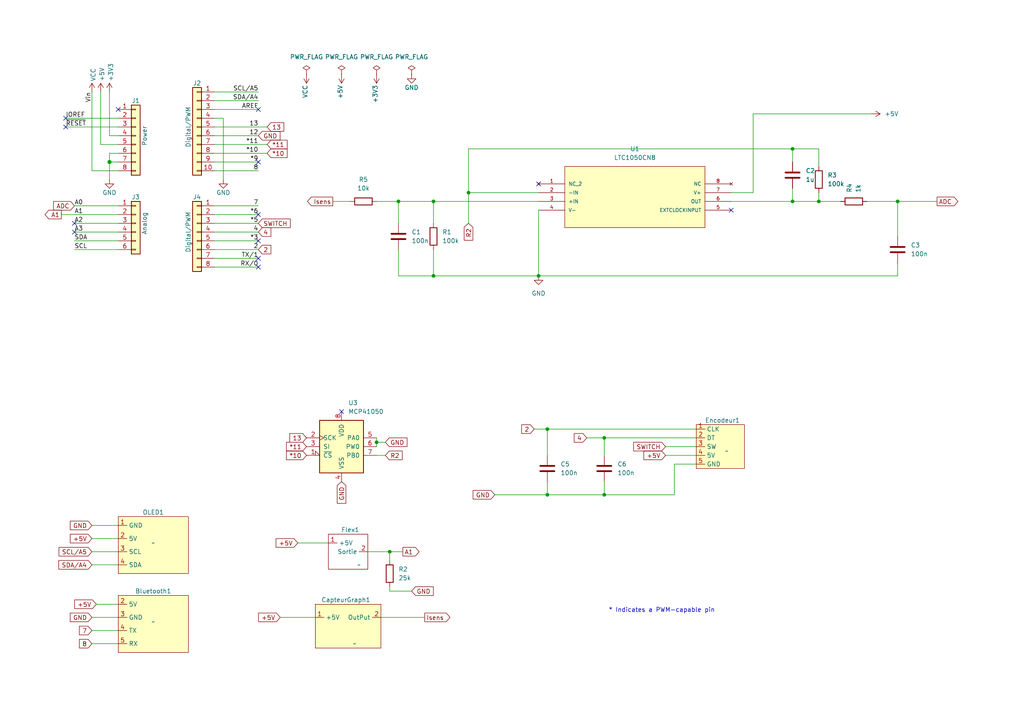
<source format=kicad_sch>
(kicad_sch (version 20230121) (generator eeschema)

  (uuid e63e39d7-6ac0-4ffd-8aa3-1841a4541b55)

  (paper "A4")

  (title_block
    (title "Projet Capteur")
    (date "lun. 11 mars 2024")
    (company "INSA T - GP")
    (comment 2 "Ronne - Bresson")
    (comment 3 "Etudiants")
  )

  (lib_symbols
    (symbol "+5V_1" (power) (pin_names (offset 0)) (in_bom yes) (on_board yes)
      (property "Reference" "#PWR" (at 0 -3.81 0)
        (effects (font (size 1.27 1.27)) hide)
      )
      (property "Value" "+5V_1" (at 0 3.556 0)
        (effects (font (size 1.27 1.27)))
      )
      (property "Footprint" "" (at 0 0 0)
        (effects (font (size 1.27 1.27)) hide)
      )
      (property "Datasheet" "" (at 0 0 0)
        (effects (font (size 1.27 1.27)) hide)
      )
      (property "ki_keywords" "global power" (at 0 0 0)
        (effects (font (size 1.27 1.27)) hide)
      )
      (property "ki_description" "Power symbol creates a global label with name \"+5V\"" (at 0 0 0)
        (effects (font (size 1.27 1.27)) hide)
      )
      (symbol "+5V_1_0_1"
        (polyline
          (pts
            (xy -0.762 1.27)
            (xy 0 2.54)
          )
          (stroke (width 0) (type default))
          (fill (type none))
        )
        (polyline
          (pts
            (xy 0 0)
            (xy 0 2.54)
          )
          (stroke (width 0) (type default))
          (fill (type none))
        )
        (polyline
          (pts
            (xy 0 2.54)
            (xy 0.762 1.27)
          )
          (stroke (width 0) (type default))
          (fill (type none))
        )
      )
      (symbol "+5V_1_1_1"
        (pin power_in line (at 0 0 90) (length 0) hide
          (name "+5V" (effects (font (size 1.27 1.27))))
          (number "1" (effects (font (size 1.27 1.27))))
        )
      )
    )
    (symbol "Connector_Generic:Conn_01x06" (pin_names (offset 1.016) hide) (in_bom yes) (on_board yes)
      (property "Reference" "J" (at 0 7.62 0)
        (effects (font (size 1.27 1.27)))
      )
      (property "Value" "Conn_01x06" (at 0 -10.16 0)
        (effects (font (size 1.27 1.27)))
      )
      (property "Footprint" "" (at 0 0 0)
        (effects (font (size 1.27 1.27)) hide)
      )
      (property "Datasheet" "~" (at 0 0 0)
        (effects (font (size 1.27 1.27)) hide)
      )
      (property "ki_keywords" "connector" (at 0 0 0)
        (effects (font (size 1.27 1.27)) hide)
      )
      (property "ki_description" "Generic connector, single row, 01x06, script generated (kicad-library-utils/schlib/autogen/connector/)" (at 0 0 0)
        (effects (font (size 1.27 1.27)) hide)
      )
      (property "ki_fp_filters" "Connector*:*_1x??_*" (at 0 0 0)
        (effects (font (size 1.27 1.27)) hide)
      )
      (symbol "Conn_01x06_1_1"
        (rectangle (start -1.27 -7.493) (end 0 -7.747)
          (stroke (width 0.1524) (type default))
          (fill (type none))
        )
        (rectangle (start -1.27 -4.953) (end 0 -5.207)
          (stroke (width 0.1524) (type default))
          (fill (type none))
        )
        (rectangle (start -1.27 -2.413) (end 0 -2.667)
          (stroke (width 0.1524) (type default))
          (fill (type none))
        )
        (rectangle (start -1.27 0.127) (end 0 -0.127)
          (stroke (width 0.1524) (type default))
          (fill (type none))
        )
        (rectangle (start -1.27 2.667) (end 0 2.413)
          (stroke (width 0.1524) (type default))
          (fill (type none))
        )
        (rectangle (start -1.27 5.207) (end 0 4.953)
          (stroke (width 0.1524) (type default))
          (fill (type none))
        )
        (rectangle (start -1.27 6.35) (end 1.27 -8.89)
          (stroke (width 0.254) (type default))
          (fill (type background))
        )
        (pin passive line (at -5.08 5.08 0) (length 3.81)
          (name "Pin_1" (effects (font (size 1.27 1.27))))
          (number "1" (effects (font (size 1.27 1.27))))
        )
        (pin passive line (at -5.08 2.54 0) (length 3.81)
          (name "Pin_2" (effects (font (size 1.27 1.27))))
          (number "2" (effects (font (size 1.27 1.27))))
        )
        (pin passive line (at -5.08 0 0) (length 3.81)
          (name "Pin_3" (effects (font (size 1.27 1.27))))
          (number "3" (effects (font (size 1.27 1.27))))
        )
        (pin passive line (at -5.08 -2.54 0) (length 3.81)
          (name "Pin_4" (effects (font (size 1.27 1.27))))
          (number "4" (effects (font (size 1.27 1.27))))
        )
        (pin passive line (at -5.08 -5.08 0) (length 3.81)
          (name "Pin_5" (effects (font (size 1.27 1.27))))
          (number "5" (effects (font (size 1.27 1.27))))
        )
        (pin passive line (at -5.08 -7.62 0) (length 3.81)
          (name "Pin_6" (effects (font (size 1.27 1.27))))
          (number "6" (effects (font (size 1.27 1.27))))
        )
      )
    )
    (symbol "Connector_Generic:Conn_01x08" (pin_names (offset 1.016) hide) (in_bom yes) (on_board yes)
      (property "Reference" "J" (at 0 10.16 0)
        (effects (font (size 1.27 1.27)))
      )
      (property "Value" "Conn_01x08" (at 0 -12.7 0)
        (effects (font (size 1.27 1.27)))
      )
      (property "Footprint" "" (at 0 0 0)
        (effects (font (size 1.27 1.27)) hide)
      )
      (property "Datasheet" "~" (at 0 0 0)
        (effects (font (size 1.27 1.27)) hide)
      )
      (property "ki_keywords" "connector" (at 0 0 0)
        (effects (font (size 1.27 1.27)) hide)
      )
      (property "ki_description" "Generic connector, single row, 01x08, script generated (kicad-library-utils/schlib/autogen/connector/)" (at 0 0 0)
        (effects (font (size 1.27 1.27)) hide)
      )
      (property "ki_fp_filters" "Connector*:*_1x??_*" (at 0 0 0)
        (effects (font (size 1.27 1.27)) hide)
      )
      (symbol "Conn_01x08_1_1"
        (rectangle (start -1.27 -10.033) (end 0 -10.287)
          (stroke (width 0.1524) (type default))
          (fill (type none))
        )
        (rectangle (start -1.27 -7.493) (end 0 -7.747)
          (stroke (width 0.1524) (type default))
          (fill (type none))
        )
        (rectangle (start -1.27 -4.953) (end 0 -5.207)
          (stroke (width 0.1524) (type default))
          (fill (type none))
        )
        (rectangle (start -1.27 -2.413) (end 0 -2.667)
          (stroke (width 0.1524) (type default))
          (fill (type none))
        )
        (rectangle (start -1.27 0.127) (end 0 -0.127)
          (stroke (width 0.1524) (type default))
          (fill (type none))
        )
        (rectangle (start -1.27 2.667) (end 0 2.413)
          (stroke (width 0.1524) (type default))
          (fill (type none))
        )
        (rectangle (start -1.27 5.207) (end 0 4.953)
          (stroke (width 0.1524) (type default))
          (fill (type none))
        )
        (rectangle (start -1.27 7.747) (end 0 7.493)
          (stroke (width 0.1524) (type default))
          (fill (type none))
        )
        (rectangle (start -1.27 8.89) (end 1.27 -11.43)
          (stroke (width 0.254) (type default))
          (fill (type background))
        )
        (pin passive line (at -5.08 7.62 0) (length 3.81)
          (name "Pin_1" (effects (font (size 1.27 1.27))))
          (number "1" (effects (font (size 1.27 1.27))))
        )
        (pin passive line (at -5.08 5.08 0) (length 3.81)
          (name "Pin_2" (effects (font (size 1.27 1.27))))
          (number "2" (effects (font (size 1.27 1.27))))
        )
        (pin passive line (at -5.08 2.54 0) (length 3.81)
          (name "Pin_3" (effects (font (size 1.27 1.27))))
          (number "3" (effects (font (size 1.27 1.27))))
        )
        (pin passive line (at -5.08 0 0) (length 3.81)
          (name "Pin_4" (effects (font (size 1.27 1.27))))
          (number "4" (effects (font (size 1.27 1.27))))
        )
        (pin passive line (at -5.08 -2.54 0) (length 3.81)
          (name "Pin_5" (effects (font (size 1.27 1.27))))
          (number "5" (effects (font (size 1.27 1.27))))
        )
        (pin passive line (at -5.08 -5.08 0) (length 3.81)
          (name "Pin_6" (effects (font (size 1.27 1.27))))
          (number "6" (effects (font (size 1.27 1.27))))
        )
        (pin passive line (at -5.08 -7.62 0) (length 3.81)
          (name "Pin_7" (effects (font (size 1.27 1.27))))
          (number "7" (effects (font (size 1.27 1.27))))
        )
        (pin passive line (at -5.08 -10.16 0) (length 3.81)
          (name "Pin_8" (effects (font (size 1.27 1.27))))
          (number "8" (effects (font (size 1.27 1.27))))
        )
      )
    )
    (symbol "Connector_Generic:Conn_01x10" (pin_names (offset 1.016) hide) (in_bom yes) (on_board yes)
      (property "Reference" "J" (at 0 12.7 0)
        (effects (font (size 1.27 1.27)))
      )
      (property "Value" "Conn_01x10" (at 0 -15.24 0)
        (effects (font (size 1.27 1.27)))
      )
      (property "Footprint" "" (at 0 0 0)
        (effects (font (size 1.27 1.27)) hide)
      )
      (property "Datasheet" "~" (at 0 0 0)
        (effects (font (size 1.27 1.27)) hide)
      )
      (property "ki_keywords" "connector" (at 0 0 0)
        (effects (font (size 1.27 1.27)) hide)
      )
      (property "ki_description" "Generic connector, single row, 01x10, script generated (kicad-library-utils/schlib/autogen/connector/)" (at 0 0 0)
        (effects (font (size 1.27 1.27)) hide)
      )
      (property "ki_fp_filters" "Connector*:*_1x??_*" (at 0 0 0)
        (effects (font (size 1.27 1.27)) hide)
      )
      (symbol "Conn_01x10_1_1"
        (rectangle (start -1.27 -12.573) (end 0 -12.827)
          (stroke (width 0.1524) (type default))
          (fill (type none))
        )
        (rectangle (start -1.27 -10.033) (end 0 -10.287)
          (stroke (width 0.1524) (type default))
          (fill (type none))
        )
        (rectangle (start -1.27 -7.493) (end 0 -7.747)
          (stroke (width 0.1524) (type default))
          (fill (type none))
        )
        (rectangle (start -1.27 -4.953) (end 0 -5.207)
          (stroke (width 0.1524) (type default))
          (fill (type none))
        )
        (rectangle (start -1.27 -2.413) (end 0 -2.667)
          (stroke (width 0.1524) (type default))
          (fill (type none))
        )
        (rectangle (start -1.27 0.127) (end 0 -0.127)
          (stroke (width 0.1524) (type default))
          (fill (type none))
        )
        (rectangle (start -1.27 2.667) (end 0 2.413)
          (stroke (width 0.1524) (type default))
          (fill (type none))
        )
        (rectangle (start -1.27 5.207) (end 0 4.953)
          (stroke (width 0.1524) (type default))
          (fill (type none))
        )
        (rectangle (start -1.27 7.747) (end 0 7.493)
          (stroke (width 0.1524) (type default))
          (fill (type none))
        )
        (rectangle (start -1.27 10.287) (end 0 10.033)
          (stroke (width 0.1524) (type default))
          (fill (type none))
        )
        (rectangle (start -1.27 11.43) (end 1.27 -13.97)
          (stroke (width 0.254) (type default))
          (fill (type background))
        )
        (pin passive line (at -5.08 10.16 0) (length 3.81)
          (name "Pin_1" (effects (font (size 1.27 1.27))))
          (number "1" (effects (font (size 1.27 1.27))))
        )
        (pin passive line (at -5.08 -12.7 0) (length 3.81)
          (name "Pin_10" (effects (font (size 1.27 1.27))))
          (number "10" (effects (font (size 1.27 1.27))))
        )
        (pin passive line (at -5.08 7.62 0) (length 3.81)
          (name "Pin_2" (effects (font (size 1.27 1.27))))
          (number "2" (effects (font (size 1.27 1.27))))
        )
        (pin passive line (at -5.08 5.08 0) (length 3.81)
          (name "Pin_3" (effects (font (size 1.27 1.27))))
          (number "3" (effects (font (size 1.27 1.27))))
        )
        (pin passive line (at -5.08 2.54 0) (length 3.81)
          (name "Pin_4" (effects (font (size 1.27 1.27))))
          (number "4" (effects (font (size 1.27 1.27))))
        )
        (pin passive line (at -5.08 0 0) (length 3.81)
          (name "Pin_5" (effects (font (size 1.27 1.27))))
          (number "5" (effects (font (size 1.27 1.27))))
        )
        (pin passive line (at -5.08 -2.54 0) (length 3.81)
          (name "Pin_6" (effects (font (size 1.27 1.27))))
          (number "6" (effects (font (size 1.27 1.27))))
        )
        (pin passive line (at -5.08 -5.08 0) (length 3.81)
          (name "Pin_7" (effects (font (size 1.27 1.27))))
          (number "7" (effects (font (size 1.27 1.27))))
        )
        (pin passive line (at -5.08 -7.62 0) (length 3.81)
          (name "Pin_8" (effects (font (size 1.27 1.27))))
          (number "8" (effects (font (size 1.27 1.27))))
        )
        (pin passive line (at -5.08 -10.16 0) (length 3.81)
          (name "Pin_9" (effects (font (size 1.27 1.27))))
          (number "9" (effects (font (size 1.27 1.27))))
        )
      )
    )
    (symbol "Device:C" (pin_numbers hide) (pin_names (offset 0.254)) (in_bom yes) (on_board yes)
      (property "Reference" "C" (at 0.635 2.54 0)
        (effects (font (size 1.27 1.27)) (justify left))
      )
      (property "Value" "C" (at 0.635 -2.54 0)
        (effects (font (size 1.27 1.27)) (justify left))
      )
      (property "Footprint" "" (at 0.9652 -3.81 0)
        (effects (font (size 1.27 1.27)) hide)
      )
      (property "Datasheet" "~" (at 0 0 0)
        (effects (font (size 1.27 1.27)) hide)
      )
      (property "ki_keywords" "cap capacitor" (at 0 0 0)
        (effects (font (size 1.27 1.27)) hide)
      )
      (property "ki_description" "Unpolarized capacitor" (at 0 0 0)
        (effects (font (size 1.27 1.27)) hide)
      )
      (property "ki_fp_filters" "C_*" (at 0 0 0)
        (effects (font (size 1.27 1.27)) hide)
      )
      (symbol "C_0_1"
        (polyline
          (pts
            (xy -2.032 -0.762)
            (xy 2.032 -0.762)
          )
          (stroke (width 0.508) (type default))
          (fill (type none))
        )
        (polyline
          (pts
            (xy -2.032 0.762)
            (xy 2.032 0.762)
          )
          (stroke (width 0.508) (type default))
          (fill (type none))
        )
      )
      (symbol "C_1_1"
        (pin passive line (at 0 3.81 270) (length 2.794)
          (name "~" (effects (font (size 1.27 1.27))))
          (number "1" (effects (font (size 1.27 1.27))))
        )
        (pin passive line (at 0 -3.81 90) (length 2.794)
          (name "~" (effects (font (size 1.27 1.27))))
          (number "2" (effects (font (size 1.27 1.27))))
        )
      )
    )
    (symbol "Device:R" (pin_numbers hide) (pin_names (offset 0)) (in_bom yes) (on_board yes)
      (property "Reference" "R" (at 2.032 0 90)
        (effects (font (size 1.27 1.27)))
      )
      (property "Value" "R" (at 0 0 90)
        (effects (font (size 1.27 1.27)))
      )
      (property "Footprint" "" (at -1.778 0 90)
        (effects (font (size 1.27 1.27)) hide)
      )
      (property "Datasheet" "~" (at 0 0 0)
        (effects (font (size 1.27 1.27)) hide)
      )
      (property "ki_keywords" "R res resistor" (at 0 0 0)
        (effects (font (size 1.27 1.27)) hide)
      )
      (property "ki_description" "Resistor" (at 0 0 0)
        (effects (font (size 1.27 1.27)) hide)
      )
      (property "ki_fp_filters" "R_*" (at 0 0 0)
        (effects (font (size 1.27 1.27)) hide)
      )
      (symbol "R_0_1"
        (rectangle (start -1.016 -2.54) (end 1.016 2.54)
          (stroke (width 0.254) (type default))
          (fill (type none))
        )
      )
      (symbol "R_1_1"
        (pin passive line (at 0 3.81 270) (length 1.27)
          (name "~" (effects (font (size 1.27 1.27))))
          (number "1" (effects (font (size 1.27 1.27))))
        )
        (pin passive line (at 0 -3.81 90) (length 1.27)
          (name "~" (effects (font (size 1.27 1.27))))
          (number "2" (effects (font (size 1.27 1.27))))
        )
      )
    )
    (symbol "GND_2" (power) (pin_names (offset 0)) (in_bom yes) (on_board yes)
      (property "Reference" "#PWR" (at 0 -6.35 0)
        (effects (font (size 1.27 1.27)) hide)
      )
      (property "Value" "GND_2" (at 0 -3.81 0)
        (effects (font (size 1.27 1.27)))
      )
      (property "Footprint" "" (at 0 0 0)
        (effects (font (size 1.27 1.27)) hide)
      )
      (property "Datasheet" "" (at 0 0 0)
        (effects (font (size 1.27 1.27)) hide)
      )
      (property "ki_keywords" "global power" (at 0 0 0)
        (effects (font (size 1.27 1.27)) hide)
      )
      (property "ki_description" "Power symbol creates a global label with name \"GND\" , ground" (at 0 0 0)
        (effects (font (size 1.27 1.27)) hide)
      )
      (symbol "GND_2_0_1"
        (polyline
          (pts
            (xy 0 0)
            (xy 0 -1.27)
            (xy 1.27 -1.27)
            (xy 0 -2.54)
            (xy -1.27 -1.27)
            (xy 0 -1.27)
          )
          (stroke (width 0) (type default))
          (fill (type none))
        )
      )
      (symbol "GND_2_1_1"
        (pin power_in line (at 0 0 270) (length 0) hide
          (name "GND" (effects (font (size 1.27 1.27))))
          (number "1" (effects (font (size 1.27 1.27))))
        )
      )
    )
    (symbol "LTC1050CN8:LTC1050CN8" (pin_names (offset 1.016)) (in_bom yes) (on_board yes)
      (property "Reference" "U" (at 23.2156 9.1186 0)
        (effects (font (size 1.27 1.27)) (justify left bottom))
      )
      (property "Value" "LTC1050CN8" (at 22.5806 6.5786 0)
        (effects (font (size 1.27 1.27)) (justify left bottom))
      )
      (property "Footprint" "LTC1050CN8:PDIP-8_N" (at 0 0 0)
        (effects (font (size 1.27 1.27)) (justify bottom) hide)
      )
      (property "Datasheet" "" (at 0 0 0)
        (effects (font (size 1.27 1.27)) hide)
      )
      (property "MF" "Analog Devices" (at 0 0 0)
        (effects (font (size 1.27 1.27)) (justify bottom) hide)
      )
      (property "VENDOR" "Linear Technology" (at 0 0 0)
        (effects (font (size 1.27 1.27)) (justify bottom) hide)
      )
      (property "Description" "\nZero-Drift Amplifier 1 Circuit - 8-PDIP\n" (at 0 0 0)
        (effects (font (size 1.27 1.27)) (justify bottom) hide)
      )
      (property "COPYRIGHT" "Copyright C 2016 Accelerated Designs. All rights reserved" (at 0 0 0)
        (effects (font (size 1.27 1.27)) (justify bottom) hide)
      )
      (property "Package" "PDIP-8 Linear Technology" (at 0 0 0)
        (effects (font (size 1.27 1.27)) (justify bottom) hide)
      )
      (property "Price" "None" (at 0 0 0)
        (effects (font (size 1.27 1.27)) (justify bottom) hide)
      )
      (property "Check_prices" "https://www.snapeda.com/parts/LTC1050CN8/Analog+Devices/view-part/?ref=eda" (at 0 0 0)
        (effects (font (size 1.27 1.27)) (justify bottom) hide)
      )
      (property "SnapEDA_Link" "https://www.snapeda.com/parts/LTC1050CN8/Analog+Devices/view-part/?ref=snap" (at 0 0 0)
        (effects (font (size 1.27 1.27)) (justify bottom) hide)
      )
      (property "MP" "LTC1050CN8" (at 0 0 0)
        (effects (font (size 1.27 1.27)) (justify bottom) hide)
      )
      (property "Purchase-URL" "https://www.snapeda.com/api/url_track_click_mouser/?unipart_id=2711818&manufacturer=Analog Devices&part_name=LTC1050CN8&search_term=ltc1050cn8" (at 0 0 0)
        (effects (font (size 1.27 1.27)) (justify bottom) hide)
      )
      (property "Availability" "In Stock" (at 0 0 0)
        (effects (font (size 1.27 1.27)) (justify bottom) hide)
      )
      (property "MANUFACTURER_PART_NUMBER" "ltc1050cn8" (at 0 0 0)
        (effects (font (size 1.27 1.27)) (justify bottom) hide)
      )
      (symbol "LTC1050CN8_0_0"
        (rectangle (start 7.62 -12.7) (end 48.26 5.08)
          (stroke (width 0.1524) (type default))
          (fill (type background))
        )
        (pin no_connect line (at 0 0 0) (length 7.62)
          (name "NC_2" (effects (font (size 1.016 1.016))))
          (number "1" (effects (font (size 1.016 1.016))))
        )
        (pin input line (at 0 -2.54 0) (length 7.62)
          (name "-IN" (effects (font (size 1.016 1.016))))
          (number "2" (effects (font (size 1.016 1.016))))
        )
        (pin input line (at 0 -5.08 0) (length 7.62)
          (name "+IN" (effects (font (size 1.016 1.016))))
          (number "3" (effects (font (size 1.016 1.016))))
        )
        (pin power_in line (at 0 -7.62 0) (length 7.62)
          (name "V-" (effects (font (size 1.016 1.016))))
          (number "4" (effects (font (size 1.016 1.016))))
        )
        (pin input line (at 55.88 -7.62 180) (length 7.62)
          (name "EXTCLOCKINPUT" (effects (font (size 1.016 1.016))))
          (number "5" (effects (font (size 1.016 1.016))))
        )
        (pin output line (at 55.88 -5.08 180) (length 7.62)
          (name "OUT" (effects (font (size 1.016 1.016))))
          (number "6" (effects (font (size 1.016 1.016))))
        )
        (pin power_in line (at 55.88 -2.54 180) (length 7.62)
          (name "V+" (effects (font (size 1.016 1.016))))
          (number "7" (effects (font (size 1.016 1.016))))
        )
        (pin no_connect line (at 55.88 0 180) (length 7.62)
          (name "NC" (effects (font (size 1.016 1.016))))
          (number "8" (effects (font (size 1.016 1.016))))
        )
      )
    )
    (symbol "Potentiometer_Digital:MCP41100" (pin_names (offset 1.016)) (in_bom yes) (on_board yes)
      (property "Reference" "U" (at -6.35 8.89 0)
        (effects (font (size 1.27 1.27)) (justify left))
      )
      (property "Value" "MCP41100" (at 1.27 8.89 0)
        (effects (font (size 1.27 1.27)) (justify left))
      )
      (property "Footprint" "" (at 0 0 0)
        (effects (font (size 1.27 1.27)) hide)
      )
      (property "Datasheet" "http://ww1.microchip.com/downloads/en/DeviceDoc/11195c.pdf" (at 0 0 0)
        (effects (font (size 1.27 1.27)) hide)
      )
      (property "ki_keywords" "R POT" (at 0 0 0)
        (effects (font (size 1.27 1.27)) hide)
      )
      (property "ki_description" "Single Digital Potentiometer, SPI interface, 256 taps, 100 kohm" (at 0 0 0)
        (effects (font (size 1.27 1.27)) hide)
      )
      (property "ki_fp_filters" "DIP*W7.62mm* SOIC*P1.27mm*" (at 0 0 0)
        (effects (font (size 1.27 1.27)) hide)
      )
      (symbol "MCP41100_0_1"
        (rectangle (start -6.35 7.62) (end 6.35 -7.62)
          (stroke (width 0.254) (type default))
          (fill (type background))
        )
      )
      (symbol "MCP41100_1_1"
        (pin input input_low (at -10.16 -2.54 0) (length 3.81)
          (name "~{CS}" (effects (font (size 1.27 1.27))))
          (number "1" (effects (font (size 1.27 1.27))))
        )
        (pin passive clock (at -10.16 2.54 0) (length 3.81)
          (name "SCK" (effects (font (size 1.27 1.27))))
          (number "2" (effects (font (size 1.27 1.27))))
        )
        (pin input line (at -10.16 0 0) (length 3.81)
          (name "SI" (effects (font (size 1.27 1.27))))
          (number "3" (effects (font (size 1.27 1.27))))
        )
        (pin power_in line (at 0 -10.16 90) (length 2.54)
          (name "VSS" (effects (font (size 1.27 1.27))))
          (number "4" (effects (font (size 1.27 1.27))))
        )
        (pin passive line (at 10.16 2.54 180) (length 3.81)
          (name "PA0" (effects (font (size 1.27 1.27))))
          (number "5" (effects (font (size 1.27 1.27))))
        )
        (pin passive line (at 10.16 0 180) (length 3.81)
          (name "PW0" (effects (font (size 1.27 1.27))))
          (number "6" (effects (font (size 1.27 1.27))))
        )
        (pin passive line (at 10.16 -2.54 180) (length 3.81)
          (name "PB0" (effects (font (size 1.27 1.27))))
          (number "7" (effects (font (size 1.27 1.27))))
        )
        (pin power_in line (at 0 10.16 270) (length 2.54)
          (name "VDD" (effects (font (size 1.27 1.27))))
          (number "8" (effects (font (size 1.27 1.27))))
        )
      )
    )
    (symbol "power:+3V3" (power) (pin_names (offset 0)) (in_bom yes) (on_board yes)
      (property "Reference" "#PWR" (at 0 -3.81 0)
        (effects (font (size 1.27 1.27)) hide)
      )
      (property "Value" "+3V3" (at 0 3.556 0)
        (effects (font (size 1.27 1.27)))
      )
      (property "Footprint" "" (at 0 0 0)
        (effects (font (size 1.27 1.27)) hide)
      )
      (property "Datasheet" "" (at 0 0 0)
        (effects (font (size 1.27 1.27)) hide)
      )
      (property "ki_keywords" "power-flag" (at 0 0 0)
        (effects (font (size 1.27 1.27)) hide)
      )
      (property "ki_description" "Power symbol creates a global label with name \"+3V3\"" (at 0 0 0)
        (effects (font (size 1.27 1.27)) hide)
      )
      (symbol "+3V3_0_1"
        (polyline
          (pts
            (xy -0.762 1.27)
            (xy 0 2.54)
          )
          (stroke (width 0) (type default))
          (fill (type none))
        )
        (polyline
          (pts
            (xy 0 0)
            (xy 0 2.54)
          )
          (stroke (width 0) (type default))
          (fill (type none))
        )
        (polyline
          (pts
            (xy 0 2.54)
            (xy 0.762 1.27)
          )
          (stroke (width 0) (type default))
          (fill (type none))
        )
      )
      (symbol "+3V3_1_1"
        (pin power_in line (at 0 0 90) (length 0) hide
          (name "+3V3" (effects (font (size 1.27 1.27))))
          (number "1" (effects (font (size 1.27 1.27))))
        )
      )
    )
    (symbol "power:+5V" (power) (pin_names (offset 0)) (in_bom yes) (on_board yes)
      (property "Reference" "#PWR" (at 0 -3.81 0)
        (effects (font (size 1.27 1.27)) hide)
      )
      (property "Value" "+5V" (at 0 3.556 0)
        (effects (font (size 1.27 1.27)))
      )
      (property "Footprint" "" (at 0 0 0)
        (effects (font (size 1.27 1.27)) hide)
      )
      (property "Datasheet" "" (at 0 0 0)
        (effects (font (size 1.27 1.27)) hide)
      )
      (property "ki_keywords" "power-flag" (at 0 0 0)
        (effects (font (size 1.27 1.27)) hide)
      )
      (property "ki_description" "Power symbol creates a global label with name \"+5V\"" (at 0 0 0)
        (effects (font (size 1.27 1.27)) hide)
      )
      (symbol "+5V_0_1"
        (polyline
          (pts
            (xy -0.762 1.27)
            (xy 0 2.54)
          )
          (stroke (width 0) (type default))
          (fill (type none))
        )
        (polyline
          (pts
            (xy 0 0)
            (xy 0 2.54)
          )
          (stroke (width 0) (type default))
          (fill (type none))
        )
        (polyline
          (pts
            (xy 0 2.54)
            (xy 0.762 1.27)
          )
          (stroke (width 0) (type default))
          (fill (type none))
        )
      )
      (symbol "+5V_1_1"
        (pin power_in line (at 0 0 90) (length 0) hide
          (name "+5V" (effects (font (size 1.27 1.27))))
          (number "1" (effects (font (size 1.27 1.27))))
        )
      )
    )
    (symbol "power:GND" (power) (pin_names (offset 0)) (in_bom yes) (on_board yes)
      (property "Reference" "#PWR" (at 0 -6.35 0)
        (effects (font (size 1.27 1.27)) hide)
      )
      (property "Value" "GND" (at 0 -3.81 0)
        (effects (font (size 1.27 1.27)))
      )
      (property "Footprint" "" (at 0 0 0)
        (effects (font (size 1.27 1.27)) hide)
      )
      (property "Datasheet" "" (at 0 0 0)
        (effects (font (size 1.27 1.27)) hide)
      )
      (property "ki_keywords" "power-flag" (at 0 0 0)
        (effects (font (size 1.27 1.27)) hide)
      )
      (property "ki_description" "Power symbol creates a global label with name \"GND\" , ground" (at 0 0 0)
        (effects (font (size 1.27 1.27)) hide)
      )
      (symbol "GND_0_1"
        (polyline
          (pts
            (xy 0 0)
            (xy 0 -1.27)
            (xy 1.27 -1.27)
            (xy 0 -2.54)
            (xy -1.27 -1.27)
            (xy 0 -1.27)
          )
          (stroke (width 0) (type default))
          (fill (type none))
        )
      )
      (symbol "GND_1_1"
        (pin power_in line (at 0 0 270) (length 0) hide
          (name "GND" (effects (font (size 1.27 1.27))))
          (number "1" (effects (font (size 1.27 1.27))))
        )
      )
    )
    (symbol "power:PWR_FLAG" (power) (pin_numbers hide) (pin_names (offset 0) hide) (in_bom yes) (on_board yes)
      (property "Reference" "#FLG" (at 0 1.905 0)
        (effects (font (size 1.27 1.27)) hide)
      )
      (property "Value" "PWR_FLAG" (at 0 3.81 0)
        (effects (font (size 1.27 1.27)))
      )
      (property "Footprint" "" (at 0 0 0)
        (effects (font (size 1.27 1.27)) hide)
      )
      (property "Datasheet" "~" (at 0 0 0)
        (effects (font (size 1.27 1.27)) hide)
      )
      (property "ki_keywords" "flag power" (at 0 0 0)
        (effects (font (size 1.27 1.27)) hide)
      )
      (property "ki_description" "Special symbol for telling ERC where power comes from" (at 0 0 0)
        (effects (font (size 1.27 1.27)) hide)
      )
      (symbol "PWR_FLAG_0_0"
        (pin power_out line (at 0 0 90) (length 0)
          (name "pwr" (effects (font (size 1.27 1.27))))
          (number "1" (effects (font (size 1.27 1.27))))
        )
      )
      (symbol "PWR_FLAG_0_1"
        (polyline
          (pts
            (xy 0 0)
            (xy 0 1.27)
            (xy -1.016 1.905)
            (xy 0 2.54)
            (xy 1.016 1.905)
            (xy 0 1.27)
          )
          (stroke (width 0) (type default))
          (fill (type none))
        )
      )
    )
    (symbol "power:VCC" (power) (pin_names (offset 0)) (in_bom yes) (on_board yes)
      (property "Reference" "#PWR" (at 0 -3.81 0)
        (effects (font (size 1.27 1.27)) hide)
      )
      (property "Value" "VCC" (at 0 3.81 0)
        (effects (font (size 1.27 1.27)))
      )
      (property "Footprint" "" (at 0 0 0)
        (effects (font (size 1.27 1.27)) hide)
      )
      (property "Datasheet" "" (at 0 0 0)
        (effects (font (size 1.27 1.27)) hide)
      )
      (property "ki_keywords" "power-flag" (at 0 0 0)
        (effects (font (size 1.27 1.27)) hide)
      )
      (property "ki_description" "Power symbol creates a global label with name \"VCC\"" (at 0 0 0)
        (effects (font (size 1.27 1.27)) hide)
      )
      (symbol "VCC_0_1"
        (polyline
          (pts
            (xy -0.762 1.27)
            (xy 0 2.54)
          )
          (stroke (width 0) (type default))
          (fill (type none))
        )
        (polyline
          (pts
            (xy 0 0)
            (xy 0 2.54)
          )
          (stroke (width 0) (type default))
          (fill (type none))
        )
        (polyline
          (pts
            (xy 0 2.54)
            (xy 0.762 1.27)
          )
          (stroke (width 0) (type default))
          (fill (type none))
        )
      )
      (symbol "VCC_1_1"
        (pin power_in line (at 0 0 90) (length 0) hide
          (name "VCC" (effects (font (size 1.27 1.27))))
          (number "1" (effects (font (size 1.27 1.27))))
        )
      )
    )
    (symbol "projetcapteur_sym:Bluetooth" (in_bom yes) (on_board yes)
      (property "Reference" "Bluetooth1" (at 0 8.89 0)
        (effects (font (size 1.27 1.27)))
      )
      (property "Value" "~" (at 0 0 0)
        (effects (font (size 1.27 1.27)))
      )
      (property "Footprint" "Connector_PinSocket_2.54mm:PinSocket_1x06_P2.54mm_Vertical" (at 0 0 0)
        (effects (font (size 1.27 1.27)) hide)
      )
      (property "Datasheet" "" (at 0 0 0)
        (effects (font (size 1.27 1.27)) hide)
      )
      (symbol "Bluetooth_1_1"
        (rectangle (start -10.16 7.62) (end 10.16 -8.89)
          (stroke (width 0) (type default))
          (fill (type background))
        )
        (pin power_in line (at -10.16 5.08 0) (length 2.54)
          (name "5V" (effects (font (size 1.27 1.27))))
          (number "2" (effects (font (size 1.27 1.27))))
        )
        (pin power_in line (at -10.16 1.27 0) (length 2.54)
          (name "GND" (effects (font (size 1.27 1.27))))
          (number "3" (effects (font (size 1.27 1.27))))
        )
        (pin output line (at -10.16 -2.54 0) (length 2.54)
          (name "TX" (effects (font (size 1.27 1.27))))
          (number "4" (effects (font (size 1.27 1.27))))
        )
        (pin input line (at -10.16 -6.35 0) (length 2.54)
          (name "RX" (effects (font (size 1.27 1.27))))
          (number "5" (effects (font (size 1.27 1.27))))
        )
      )
    )
    (symbol "projetcapteur_sym:CapteurGraph" (in_bom yes) (on_board yes)
      (property "Reference" "CapteurGraph1" (at -2.54 12.7 0)
        (effects (font (size 1.27 1.27)))
      )
      (property "Value" "~" (at 0 0 0)
        (effects (font (size 1.27 1.27)))
      )
      (property "Footprint" "" (at 0 0 0)
        (effects (font (size 1.27 1.27)) hide)
      )
      (property "Datasheet" "" (at 0 0 0)
        (effects (font (size 1.27 1.27)) hide)
      )
      (symbol "CapteurGraph_1_1"
        (rectangle (start -11.43 11.43) (end 7.62 -1.27)
          (stroke (width 0) (type default))
          (fill (type background))
        )
        (pin power_in line (at -11.43 7.62 0) (length 2.54)
          (name "+5V" (effects (font (size 1.27 1.27))))
          (number "1" (effects (font (size 1.27 1.27))))
        )
        (pin output line (at 7.62 7.62 180) (length 2.54)
          (name "OutPut" (effects (font (size 1.27 1.27))))
          (number "2" (effects (font (size 1.27 1.27))))
        )
      )
    )
    (symbol "projetcapteur_sym:Encodeur_rotatoire" (in_bom yes) (on_board yes)
      (property "Reference" "Encodeur1" (at -3.175 10.16 0)
        (effects (font (size 1.27 1.27)))
      )
      (property "Value" "~" (at 0 0 0)
        (effects (font (size 1.27 1.27)))
      )
      (property "Footprint" "" (at 0 0 0)
        (effects (font (size 1.27 1.27)) hide)
      )
      (property "Datasheet" "" (at 0 0 0)
        (effects (font (size 1.27 1.27)) hide)
      )
      (symbol "Encodeur_rotatoire_1_1"
        (rectangle (start -8.89 7.62) (end 5.08 -5.08)
          (stroke (width 0) (type default))
          (fill (type background))
        )
        (pin bidirectional line (at -8.89 6.35 0) (length 2.54)
          (name "CLK" (effects (font (size 1.27 1.27))))
          (number "1" (effects (font (size 1.27 1.27))))
        )
        (pin bidirectional line (at -8.89 3.81 0) (length 2.54)
          (name "DT" (effects (font (size 1.27 1.27))))
          (number "2" (effects (font (size 1.27 1.27))))
        )
        (pin bidirectional line (at -8.89 1.27 0) (length 2.54)
          (name "SW" (effects (font (size 1.27 1.27))))
          (number "3" (effects (font (size 1.27 1.27))))
        )
        (pin power_in line (at -8.89 -1.27 0) (length 2.54)
          (name "5V" (effects (font (size 1.27 1.27))))
          (number "4" (effects (font (size 1.27 1.27))))
        )
        (pin power_in line (at -8.89 -3.81 0) (length 2.54)
          (name "GND" (effects (font (size 1.27 1.27))))
          (number "5" (effects (font (size 1.27 1.27))))
        )
      )
    )
    (symbol "projetcapteur_sym:Flex" (in_bom yes) (on_board yes)
      (property "Reference" "Flex1" (at 1.27 6.35 0)
        (effects (font (size 1.27 1.27)))
      )
      (property "Value" "~" (at 3.81 -3.81 0)
        (effects (font (size 1.27 1.27)))
      )
      (property "Footprint" "" (at 3.81 -3.81 0)
        (effects (font (size 1.27 1.27)) hide)
      )
      (property "Datasheet" "" (at 3.81 -3.81 0)
        (effects (font (size 1.27 1.27)) hide)
      )
      (symbol "Flex_0_0"
        (text_box ""
          (at -5.08 5.08 0) (size 11.43 -10.16)
          (stroke (width 0) (type default))
          (fill (type color) (color 0 0 0 0))
          (effects (font (size 1.27 1.27)) (justify left top))
        )
      )
      (symbol "Flex_1_1"
        (pin power_in line (at -5.08 2.54 0) (length 2.54)
          (name "+5V" (effects (font (size 1.27 1.27))))
          (number "1" (effects (font (size 1.27 1.27))))
        )
        (pin output line (at 6.35 0 180) (length 2.54)
          (name "Sortie" (effects (font (size 1.27 1.27))))
          (number "2" (effects (font (size 1.27 1.27))))
        )
      )
    )
    (symbol "projetcapteur_sym:OLED" (in_bom yes) (on_board yes)
      (property "Reference" "OLED1" (at 0 8.89 0)
        (effects (font (size 1.27 1.27)))
      )
      (property "Value" "~" (at 0 0 0)
        (effects (font (size 1.27 1.27)))
      )
      (property "Footprint" "Connector_PinSocket_2.54mm:PinSocket_1x04_P2.54mm_Vertical" (at 0 0 0)
        (effects (font (size 1.27 1.27)) hide)
      )
      (property "Datasheet" "" (at 0 0 0)
        (effects (font (size 1.27 1.27)) hide)
      )
      (symbol "OLED_1_1"
        (rectangle (start -10.16 7.62) (end 10.16 -8.89)
          (stroke (width 0) (type default))
          (fill (type background))
        )
        (pin power_in line (at -10.16 5.08 0) (length 2.54)
          (name "GND" (effects (font (size 1.27 1.27))))
          (number "1" (effects (font (size 1.27 1.27))))
        )
        (pin power_in line (at -10.16 1.27 0) (length 2.54)
          (name "5V" (effects (font (size 1.27 1.27))))
          (number "2" (effects (font (size 1.27 1.27))))
        )
        (pin input line (at -10.16 -2.54 0) (length 2.54)
          (name "SCL" (effects (font (size 1.27 1.27))))
          (number "3" (effects (font (size 1.27 1.27))))
        )
        (pin input line (at -10.16 -6.35 0) (length 2.54)
          (name "SDA" (effects (font (size 1.27 1.27))))
          (number "4" (effects (font (size 1.27 1.27))))
        )
      )
    )
  )

  (junction (at 229.87 58.42) (diameter 0) (color 0 0 0 0)
    (uuid 00897d60-cf07-481b-a2d5-998b36da8723)
  )
  (junction (at 109.22 128.27) (diameter 0) (color 0 0 0 0)
    (uuid 1f644b91-24da-4276-b6fe-797a602e0906)
  )
  (junction (at 158.75 124.46) (diameter 0) (color 0 0 0 0)
    (uuid 2f4e1eb8-29b3-440e-9fa6-69fe94bb603c)
  )
  (junction (at 156.21 80.01) (diameter 0) (color 0 0 0 0)
    (uuid 35768731-3763-48e1-97e5-9bcdac33aba6)
  )
  (junction (at 31.75 46.99) (diameter 1.016) (color 0 0 0 0)
    (uuid 3dcc657b-55a1-48e0-9667-e01e7b6b08b5)
  )
  (junction (at 175.26 143.51) (diameter 0) (color 0 0 0 0)
    (uuid 3e63d973-20dd-4bc6-ba8e-de465c74af45)
  )
  (junction (at 115.57 58.42) (diameter 0) (color 0 0 0 0)
    (uuid 50b6b6f6-e077-420a-8d9a-14409f047640)
  )
  (junction (at 260.35 58.42) (diameter 0) (color 0 0 0 0)
    (uuid 5fe55816-ea5f-4c7d-9087-d6715cb9be94)
  )
  (junction (at 113.03 160.02) (diameter 0) (color 0 0 0 0)
    (uuid 744482bf-e82d-4936-9821-b4b14b1f5782)
  )
  (junction (at 158.75 143.51) (diameter 0) (color 0 0 0 0)
    (uuid 919d5206-e979-45b3-97de-a96fbe625d38)
  )
  (junction (at 135.89 55.88) (diameter 0) (color 0 0 0 0)
    (uuid 95d19e45-cbf8-4103-b8cf-b3437284ee3a)
  )
  (junction (at 175.26 127) (diameter 0) (color 0 0 0 0)
    (uuid 97c6dad9-c6d0-4d4f-a0c8-aa3962cec9ab)
  )
  (junction (at 125.73 58.42) (diameter 0) (color 0 0 0 0)
    (uuid 9b918497-5781-4070-a14c-859ae1e3c05d)
  )
  (junction (at 229.87 43.18) (diameter 0) (color 0 0 0 0)
    (uuid b8145afe-0eb6-4e7b-bac0-f187eae24077)
  )
  (junction (at 237.49 58.42) (diameter 0) (color 0 0 0 0)
    (uuid c0e427e7-5685-405d-9d07-02a97a4b4f53)
  )
  (junction (at 125.73 80.01) (diameter 0) (color 0 0 0 0)
    (uuid d5dfcb35-92bb-45c1-a8cf-7ec951a68990)
  )

  (no_connect (at 19.05 36.83) (uuid 0d201ba4-2e08-44bc-a102-b352ad599f51))
  (no_connect (at 74.93 77.47) (uuid 0e6d19cf-0f6b-4c0e-87b9-9cfa4cf0fb92))
  (no_connect (at 212.09 60.96) (uuid 4e905704-25f9-4552-8e78-b69d197a40b2))
  (no_connect (at 21.59 64.77) (uuid 5c5cf4be-6b07-4047-9ea2-27a6dda1d733))
  (no_connect (at 74.93 62.23) (uuid 6d88d52a-7910-461d-a09d-feeb6f2bc97b))
  (no_connect (at 74.93 74.93) (uuid 6f725d19-7c76-463b-ac09-ab0be3825c22))
  (no_connect (at 99.06 119.38) (uuid 74a4736c-9eca-4704-85d9-252d9dcf12db))
  (no_connect (at 74.93 69.85) (uuid 78760609-843a-4dc0-8c7e-2191e759fc2f))
  (no_connect (at 74.93 46.99) (uuid 8410f6dd-0181-4dbb-8c36-b80660fe24ef))
  (no_connect (at 19.05 34.29) (uuid bc2e28e9-b2f7-4f18-a50b-1ca422586c3f))
  (no_connect (at 156.21 53.34) (uuid c3ce2e56-fad8-40ea-8d45-a172cd76ab59))
  (no_connect (at 21.59 67.31) (uuid c673d3b6-22ce-4081-adac-2cfab13be5ee))
  (no_connect (at 34.29 31.75) (uuid d181157c-7812-47e5-a0cf-9580c905fc86))
  (no_connect (at 74.93 31.75) (uuid f79b083d-da3c-4a54-a021-b78c015a04ee))

  (wire (pts (xy 110.49 179.07) (xy 123.19 179.07))
    (stroke (width 0) (type default))
    (uuid 00915d09-ee3c-4e05-b748-892fc1ebd820)
  )
  (wire (pts (xy 237.49 55.88) (xy 237.49 58.42))
    (stroke (width 0) (type default))
    (uuid 009bbf1f-a81e-479e-95f0-f3e355e4d3f1)
  )
  (wire (pts (xy 62.23 77.47) (xy 74.93 77.47))
    (stroke (width 0) (type solid))
    (uuid 010ba307-2067-49d3-b0fa-6414143f3fc2)
  )
  (wire (pts (xy 212.09 58.42) (xy 229.87 58.42))
    (stroke (width 0) (type default))
    (uuid 08e4db9a-a86a-4295-9982-6b8c3393e1dd)
  )
  (wire (pts (xy 62.23 44.45) (xy 77.47 44.45))
    (stroke (width 0) (type solid))
    (uuid 09480ba4-37da-45e3-b9fe-6beebf876349)
  )
  (wire (pts (xy 96.52 58.42) (xy 101.6 58.42))
    (stroke (width 0) (type default))
    (uuid 0bddf105-71ed-4bfd-900f-13550edd4668)
  )
  (wire (pts (xy 229.87 43.18) (xy 135.89 43.18))
    (stroke (width 0) (type default))
    (uuid 0cf14256-60e8-4d53-9126-f2489a5d1047)
  )
  (wire (pts (xy 62.23 26.67) (xy 74.93 26.67))
    (stroke (width 0) (type solid))
    (uuid 0f5d2189-4ead-42fa-8f7a-cfa3af4de132)
  )
  (wire (pts (xy 143.51 143.51) (xy 158.75 143.51))
    (stroke (width 0) (type default))
    (uuid 1565c8cb-e997-44e9-8d9f-543d95667578)
  )
  (wire (pts (xy 109.22 128.27) (xy 111.76 128.27))
    (stroke (width 0) (type default))
    (uuid 157d6894-da1d-4bb8-aa12-dd50b3e596bd)
  )
  (wire (pts (xy 115.57 72.39) (xy 115.57 80.01))
    (stroke (width 0) (type default))
    (uuid 17b5eaf3-c190-4797-ae62-fb349f06dcdf)
  )
  (wire (pts (xy 26.67 182.88) (xy 34.29 182.88))
    (stroke (width 0) (type default))
    (uuid 1834ace4-5daa-4ba9-b0e3-0d827107348d)
  )
  (wire (pts (xy 158.75 139.7) (xy 158.75 143.51))
    (stroke (width 0) (type default))
    (uuid 1ae9d7ab-b465-4bed-b9e0-8163e7a20e29)
  )
  (wire (pts (xy 31.75 44.45) (xy 31.75 46.99))
    (stroke (width 0) (type solid))
    (uuid 1c31b835-925f-4a5c-92df-8f2558bb711b)
  )
  (wire (pts (xy 175.26 143.51) (xy 195.58 143.51))
    (stroke (width 0) (type default))
    (uuid 1e4eb2b7-6dd3-441d-8cc7-93fd86d30b1d)
  )
  (wire (pts (xy 21.59 72.39) (xy 34.29 72.39))
    (stroke (width 0) (type solid))
    (uuid 20854542-d0b0-4be7-af02-0e5fceb34e01)
  )
  (wire (pts (xy 229.87 46.99) (xy 229.87 43.18))
    (stroke (width 0) (type default))
    (uuid 252abb9e-9a53-457d-81c0-373ea2f746bd)
  )
  (wire (pts (xy 26.67 186.69) (xy 34.29 186.69))
    (stroke (width 0) (type default))
    (uuid 262ce5a7-e506-4e87-a66d-fefbf94f75c7)
  )
  (wire (pts (xy 109.22 58.42) (xy 115.57 58.42))
    (stroke (width 0) (type default))
    (uuid 297801b3-afc2-48c8-b13c-4d8f3b27a208)
  )
  (wire (pts (xy 195.58 134.62) (xy 201.93 134.62))
    (stroke (width 0) (type default))
    (uuid 29d518d4-9084-44c9-aef4-8198dad05ef4)
  )
  (wire (pts (xy 26.67 156.21) (xy 34.29 156.21))
    (stroke (width 0) (type default))
    (uuid 2afccf8c-53aa-428a-9b79-03879ebe2abd)
  )
  (wire (pts (xy 31.75 46.99) (xy 31.75 52.07))
    (stroke (width 0) (type solid))
    (uuid 2df788b2-ce68-49bc-a497-4b6570a17f30)
  )
  (wire (pts (xy 31.75 39.37) (xy 34.29 39.37))
    (stroke (width 0) (type solid))
    (uuid 3334b11d-5a13-40b4-a117-d693c543e4ab)
  )
  (wire (pts (xy 113.03 160.02) (xy 116.84 160.02))
    (stroke (width 0) (type default))
    (uuid 3400c164-9237-46d0-b624-323ffdd62fda)
  )
  (wire (pts (xy 156.21 60.96) (xy 156.21 80.01))
    (stroke (width 0) (type default))
    (uuid 34d2d785-5002-4993-93a4-20e51ef094e8)
  )
  (wire (pts (xy 125.73 58.42) (xy 156.21 58.42))
    (stroke (width 0) (type default))
    (uuid 35ebe32c-7f97-470c-9f13-b153ed485c2d)
  )
  (wire (pts (xy 29.21 41.91) (xy 34.29 41.91))
    (stroke (width 0) (type solid))
    (uuid 3661f80c-fef8-4441-83be-df8930b3b45e)
  )
  (wire (pts (xy 29.21 26.67) (xy 29.21 41.91))
    (stroke (width 0) (type solid))
    (uuid 392bf1f6-bf67-427d-8d4c-0a87cb757556)
  )
  (wire (pts (xy 109.22 128.27) (xy 109.22 129.54))
    (stroke (width 0) (type default))
    (uuid 3a37d7fb-b329-4dfa-9a12-d287fb50873b)
  )
  (wire (pts (xy 125.73 64.77) (xy 125.73 58.42))
    (stroke (width 0) (type default))
    (uuid 3cc68243-5b9b-4f5d-8c89-9c9420ae4d23)
  )
  (wire (pts (xy 115.57 58.42) (xy 125.73 58.42))
    (stroke (width 0) (type default))
    (uuid 3d467850-45c9-43c3-be6c-3d38b6859897)
  )
  (wire (pts (xy 62.23 36.83) (xy 77.47 36.83))
    (stroke (width 0) (type solid))
    (uuid 4227fa6f-c399-4f14-8228-23e39d2b7e7d)
  )
  (wire (pts (xy 31.75 26.67) (xy 31.75 39.37))
    (stroke (width 0) (type solid))
    (uuid 442fb4de-4d55-45de-bc27-3e6222ceb890)
  )
  (wire (pts (xy 62.23 59.69) (xy 74.93 59.69))
    (stroke (width 0) (type solid))
    (uuid 4455ee2e-5642-42c1-a83b-f7e65fa0c2f1)
  )
  (wire (pts (xy 34.29 59.69) (xy 21.59 59.69))
    (stroke (width 0) (type solid))
    (uuid 486ca832-85f4-4989-b0f4-569faf9be534)
  )
  (wire (pts (xy 62.23 39.37) (xy 74.93 39.37))
    (stroke (width 0) (type solid))
    (uuid 4a910b57-a5cd-4105-ab4f-bde2a80d4f00)
  )
  (wire (pts (xy 113.03 171.45) (xy 119.38 171.45))
    (stroke (width 0) (type default))
    (uuid 4d9b8b64-c57f-44b2-ad12-a4d84c024eb8)
  )
  (wire (pts (xy 62.23 62.23) (xy 74.93 62.23))
    (stroke (width 0) (type solid))
    (uuid 4e60e1af-19bd-45a0-b418-b7030b594dde)
  )
  (wire (pts (xy 251.46 58.42) (xy 260.35 58.42))
    (stroke (width 0) (type default))
    (uuid 5576da9b-68c1-4428-945e-4fdb8f56c393)
  )
  (wire (pts (xy 158.75 143.51) (xy 175.26 143.51))
    (stroke (width 0) (type default))
    (uuid 57eb4996-5af2-4bd0-a74c-90a99857fabf)
  )
  (wire (pts (xy 81.28 179.07) (xy 91.44 179.07))
    (stroke (width 0) (type default))
    (uuid 598773d8-f402-4deb-8155-12047764a4d5)
  )
  (wire (pts (xy 229.87 58.42) (xy 229.87 54.61))
    (stroke (width 0) (type default))
    (uuid 5ce366a5-6283-47cf-a080-48fc49f1750d)
  )
  (wire (pts (xy 62.23 46.99) (xy 74.93 46.99))
    (stroke (width 0) (type solid))
    (uuid 63f2b71b-521b-4210-bf06-ed65e330fccc)
  )
  (wire (pts (xy 193.04 129.54) (xy 201.93 129.54))
    (stroke (width 0) (type default))
    (uuid 65670e34-972f-40cf-855d-0083a3f7d092)
  )
  (wire (pts (xy 243.84 58.42) (xy 237.49 58.42))
    (stroke (width 0) (type default))
    (uuid 66acdb22-da91-4b02-a6d6-c33f38545595)
  )
  (wire (pts (xy 237.49 48.26) (xy 237.49 43.18))
    (stroke (width 0) (type default))
    (uuid 69b6992d-828b-49a4-b178-2bfd7150d3ae)
  )
  (wire (pts (xy 135.89 43.18) (xy 135.89 55.88))
    (stroke (width 0) (type default))
    (uuid 6ae5c492-c901-43b8-babf-4d668f7e84c3)
  )
  (wire (pts (xy 62.23 67.31) (xy 74.93 67.31))
    (stroke (width 0) (type solid))
    (uuid 6bb3ea5f-9e60-4add-9d97-244be2cf61d2)
  )
  (wire (pts (xy 26.67 163.83) (xy 34.29 163.83))
    (stroke (width 0) (type default))
    (uuid 73010bab-dac4-473c-a19d-2a43e226857c)
  )
  (wire (pts (xy 19.05 34.29) (xy 34.29 34.29))
    (stroke (width 0) (type solid))
    (uuid 73d4774c-1387-4550-b580-a1cc0ac89b89)
  )
  (wire (pts (xy 158.75 124.46) (xy 201.93 124.46))
    (stroke (width 0) (type default))
    (uuid 75319dcb-dce9-49c6-ab9e-dabce8fdb30a)
  )
  (wire (pts (xy 115.57 58.42) (xy 115.57 64.77))
    (stroke (width 0) (type default))
    (uuid 78884536-0b47-48d2-9635-02fdc3b9ad26)
  )
  (wire (pts (xy 109.22 132.08) (xy 111.76 132.08))
    (stroke (width 0) (type default))
    (uuid 78a9c610-eaac-4703-b392-70a7703d1370)
  )
  (wire (pts (xy 229.87 58.42) (xy 237.49 58.42))
    (stroke (width 0) (type default))
    (uuid 82d18689-a6d4-410e-aa01-1994ff349a7e)
  )
  (wire (pts (xy 170.18 127) (xy 175.26 127))
    (stroke (width 0) (type default))
    (uuid 83433cc4-eb00-4e1c-bb1b-4519fe194ed2)
  )
  (wire (pts (xy 64.77 34.29) (xy 64.77 52.07))
    (stroke (width 0) (type solid))
    (uuid 84ce350c-b0c1-4e69-9ab2-f7ec7b8bb312)
  )
  (wire (pts (xy 62.23 31.75) (xy 74.93 31.75))
    (stroke (width 0) (type solid))
    (uuid 8a3d35a2-f0f6-4dec-a606-7c8e288ca828)
  )
  (wire (pts (xy 34.29 64.77) (xy 21.59 64.77))
    (stroke (width 0) (type solid))
    (uuid 9377eb1a-3b12-438c-8ebd-f86ace1e8d25)
  )
  (wire (pts (xy 260.35 58.42) (xy 260.35 68.58))
    (stroke (width 0) (type default))
    (uuid 93c3c1c9-84d1-4941-8bc8-49eb36e59cfc)
  )
  (wire (pts (xy 19.05 36.83) (xy 34.29 36.83))
    (stroke (width 0) (type solid))
    (uuid 93e52853-9d1e-4afe-aee8-b825ab9f5d09)
  )
  (wire (pts (xy 34.29 46.99) (xy 31.75 46.99))
    (stroke (width 0) (type solid))
    (uuid 97df9ac9-dbb8-472e-b84f-3684d0eb5efc)
  )
  (wire (pts (xy 135.89 55.88) (xy 156.21 55.88))
    (stroke (width 0) (type default))
    (uuid 97fb9d57-f358-40e5-b812-5a92342bb994)
  )
  (wire (pts (xy 229.87 43.18) (xy 237.49 43.18))
    (stroke (width 0) (type default))
    (uuid 9d5255e3-b52f-4489-9d09-8d343c88d8d3)
  )
  (wire (pts (xy 193.04 132.08) (xy 201.93 132.08))
    (stroke (width 0) (type default))
    (uuid 9eec7844-4236-47c7-bc94-fce27e9367f0)
  )
  (wire (pts (xy 113.03 170.18) (xy 113.03 171.45))
    (stroke (width 0) (type default))
    (uuid a01bd55f-bdbd-40a2-812b-25d411271620)
  )
  (wire (pts (xy 113.03 160.02) (xy 113.03 162.56))
    (stroke (width 0) (type default))
    (uuid a2f9ce00-6b71-4408-8a8e-01bcd90a21c1)
  )
  (wire (pts (xy 34.29 49.53) (xy 26.67 49.53))
    (stroke (width 0) (type solid))
    (uuid a7518f9d-05df-4211-ba17-5d615f04ec46)
  )
  (wire (pts (xy 17.78 62.23) (xy 34.29 62.23))
    (stroke (width 0) (type solid))
    (uuid aab97e46-23d6-4cbf-8684-537b94306d68)
  )
  (wire (pts (xy 26.67 160.02) (xy 34.29 160.02))
    (stroke (width 0) (type default))
    (uuid ab25ca71-465d-4dbd-b10c-345274dc91fa)
  )
  (wire (pts (xy 156.21 80.01) (xy 260.35 80.01))
    (stroke (width 0) (type default))
    (uuid ae4bae99-f3d1-4cc3-9d65-577ff19be902)
  )
  (wire (pts (xy 175.26 139.7) (xy 175.26 143.51))
    (stroke (width 0) (type default))
    (uuid b0888a05-be54-4e21-a558-e8a53ce39f8d)
  )
  (wire (pts (xy 260.35 58.42) (xy 271.78 58.42))
    (stroke (width 0) (type default))
    (uuid b5aed0c6-3ded-4e97-be2d-a541ba6b7608)
  )
  (wire (pts (xy 86.36 157.48) (xy 95.25 157.48))
    (stroke (width 0) (type default))
    (uuid b66c0774-a859-4ba9-802e-a78551649b04)
  )
  (wire (pts (xy 27.94 175.26) (xy 34.29 175.26))
    (stroke (width 0) (type default))
    (uuid b9138033-6b8b-40ef-8a81-d942ae20f06d)
  )
  (wire (pts (xy 158.75 124.46) (xy 158.75 132.08))
    (stroke (width 0) (type default))
    (uuid b9a4cc81-e303-4dd5-b312-8f385b199e42)
  )
  (wire (pts (xy 125.73 80.01) (xy 156.21 80.01))
    (stroke (width 0) (type default))
    (uuid bbec92d1-0846-45d3-ac59-c0c1cc74edef)
  )
  (wire (pts (xy 26.67 179.07) (xy 34.29 179.07))
    (stroke (width 0) (type default))
    (uuid bc450a26-4fc6-45c4-b706-48f3c12091c3)
  )
  (wire (pts (xy 62.23 34.29) (xy 64.77 34.29))
    (stroke (width 0) (type solid))
    (uuid bcbc7302-8a54-4b9b-98b9-f277f1b20941)
  )
  (wire (pts (xy 109.22 127) (xy 109.22 128.27))
    (stroke (width 0) (type default))
    (uuid be33d19b-eb6a-4b70-868e-5b12ee29b549)
  )
  (wire (pts (xy 34.29 44.45) (xy 31.75 44.45))
    (stroke (width 0) (type solid))
    (uuid c12796ad-cf20-466f-9ab3-9cf441392c32)
  )
  (wire (pts (xy 106.68 160.02) (xy 113.03 160.02))
    (stroke (width 0) (type default))
    (uuid c5735d80-9100-4cca-be69-d40bd45cc0f7)
  )
  (wire (pts (xy 26.67 152.4) (xy 34.29 152.4))
    (stroke (width 0) (type default))
    (uuid c59a6dc4-2ba1-466d-9bba-925a39f9c32a)
  )
  (wire (pts (xy 175.26 127) (xy 175.26 132.08))
    (stroke (width 0) (type default))
    (uuid c689f687-2fed-406a-a760-f9e619cb38fe)
  )
  (wire (pts (xy 62.23 41.91) (xy 77.47 41.91))
    (stroke (width 0) (type solid))
    (uuid c722a1ff-12f1-49e5-88a4-44ffeb509ca2)
  )
  (wire (pts (xy 218.44 33.02) (xy 252.73 33.02))
    (stroke (width 0) (type default))
    (uuid ca1e7cb1-9397-4732-a95e-847dc9404d2a)
  )
  (wire (pts (xy 218.44 55.88) (xy 218.44 33.02))
    (stroke (width 0) (type default))
    (uuid cabfe844-7a6f-4959-bc61-eb15af7dd22b)
  )
  (wire (pts (xy 62.23 64.77) (xy 74.93 64.77))
    (stroke (width 0) (type solid))
    (uuid cfe99980-2d98-4372-b495-04c53027340b)
  )
  (wire (pts (xy 115.57 80.01) (xy 125.73 80.01))
    (stroke (width 0) (type default))
    (uuid d2f4b19f-e8ec-4507-a639-d6ca8d569703)
  )
  (wire (pts (xy 21.59 67.31) (xy 34.29 67.31))
    (stroke (width 0) (type solid))
    (uuid d3042136-2605-44b2-aebb-5484a9c90933)
  )
  (wire (pts (xy 195.58 143.51) (xy 195.58 134.62))
    (stroke (width 0) (type default))
    (uuid d9bb218c-1148-47ed-9cf2-65cfc9387865)
  )
  (wire (pts (xy 135.89 64.77) (xy 135.89 55.88))
    (stroke (width 0) (type default))
    (uuid e130904f-95ea-4bb6-8061-17040846c18f)
  )
  (wire (pts (xy 260.35 76.2) (xy 260.35 80.01))
    (stroke (width 0) (type default))
    (uuid e39fdcd5-3ec6-476c-aa87-e1d730de5909)
  )
  (wire (pts (xy 212.09 55.88) (xy 218.44 55.88))
    (stroke (width 0) (type default))
    (uuid e40689e1-5a98-4d1b-8730-f8983ed52c74)
  )
  (wire (pts (xy 154.94 124.46) (xy 158.75 124.46))
    (stroke (width 0) (type default))
    (uuid e509239c-bcb5-440b-a463-1857cfbd4c33)
  )
  (wire (pts (xy 62.23 29.21) (xy 74.93 29.21))
    (stroke (width 0) (type solid))
    (uuid e7278977-132b-4777-9eb4-7d93363a4379)
  )
  (wire (pts (xy 62.23 72.39) (xy 74.93 72.39))
    (stroke (width 0) (type solid))
    (uuid e9bdd59b-3252-4c44-a357-6fa1af0c210c)
  )
  (wire (pts (xy 175.26 127) (xy 201.93 127))
    (stroke (width 0) (type default))
    (uuid e9ea945b-6c41-4bbc-b5a8-56a36218c80a)
  )
  (wire (pts (xy 62.23 69.85) (xy 74.93 69.85))
    (stroke (width 0) (type solid))
    (uuid ec76dcc9-9949-4dda-bd76-046204829cb4)
  )
  (wire (pts (xy 62.23 74.93) (xy 74.93 74.93))
    (stroke (width 0) (type solid))
    (uuid f853d1d4-c722-44df-98bf-4a6114204628)
  )
  (wire (pts (xy 26.67 49.53) (xy 26.67 26.67))
    (stroke (width 0) (type solid))
    (uuid f8de70cd-e47d-4e80-8f3a-077e9df93aa8)
  )
  (wire (pts (xy 34.29 69.85) (xy 21.59 69.85))
    (stroke (width 0) (type solid))
    (uuid fc39c32d-65b8-4d16-9db5-de89c54a1206)
  )
  (wire (pts (xy 125.73 72.39) (xy 125.73 80.01))
    (stroke (width 0) (type default))
    (uuid fd367128-a85b-4e36-b197-d8f9ee56f074)
  )
  (wire (pts (xy 62.23 49.53) (xy 74.93 49.53))
    (stroke (width 0) (type solid))
    (uuid fe837306-92d0-4847-ad21-76c47ae932d1)
  )

  (text "* Indicates a PWM-capable pin" (at 176.53 177.8 0)
    (effects (font (size 1.27 1.27)) (justify left bottom))
    (uuid c364973a-9a67-4667-8185-a3a5c6c6cbdf)
  )

  (label "RX{slash}0" (at 74.93 77.47 180) (fields_autoplaced)
    (effects (font (size 1.27 1.27)) (justify right bottom))
    (uuid 01ea9310-cf66-436b-9b89-1a2f4237b59e)
  )
  (label "A2" (at 21.59 64.77 0) (fields_autoplaced)
    (effects (font (size 1.27 1.27)) (justify left bottom))
    (uuid 09251fd4-af37-4d86-8951-1faaac710ffa)
  )
  (label "4" (at 74.93 67.31 180) (fields_autoplaced)
    (effects (font (size 1.27 1.27)) (justify right bottom))
    (uuid 0d8cfe6d-11bf-42b9-9752-f9a5a76bce7e)
  )
  (label "2" (at 74.93 72.39 180) (fields_autoplaced)
    (effects (font (size 1.27 1.27)) (justify right bottom))
    (uuid 23f0c933-49f0-4410-a8db-8b017f48dadc)
  )
  (label "A3" (at 21.59 67.31 0) (fields_autoplaced)
    (effects (font (size 1.27 1.27)) (justify left bottom))
    (uuid 2c60ab74-0590-423b-8921-6f3212a358d2)
  )
  (label "13" (at 74.93 36.83 180) (fields_autoplaced)
    (effects (font (size 1.27 1.27)) (justify right bottom))
    (uuid 35bc5b35-b7b2-44d5-bbed-557f428649b2)
  )
  (label "12" (at 74.93 39.37 180) (fields_autoplaced)
    (effects (font (size 1.27 1.27)) (justify right bottom))
    (uuid 3ffaa3b1-1d78-4c7b-bdf9-f1a8019c92fd)
  )
  (label "~{RESET}" (at 19.05 36.83 0) (fields_autoplaced)
    (effects (font (size 1.27 1.27)) (justify left bottom))
    (uuid 49585dba-cfa7-4813-841e-9d900d43ecf4)
  )
  (label "*10" (at 74.93 44.45 180) (fields_autoplaced)
    (effects (font (size 1.27 1.27)) (justify right bottom))
    (uuid 54be04e4-fffa-4f7f-8a5f-d0de81314e8f)
  )
  (label "7" (at 74.93 59.69 180) (fields_autoplaced)
    (effects (font (size 1.27 1.27)) (justify right bottom))
    (uuid 873d2c88-519e-482f-a3ed-2484e5f9417e)
  )
  (label "SDA{slash}A4" (at 74.93 29.21 180) (fields_autoplaced)
    (effects (font (size 1.27 1.27)) (justify right bottom))
    (uuid 8885a9dc-224d-44c5-8601-05c1d9983e09)
  )
  (label "8" (at 74.93 49.53 180) (fields_autoplaced)
    (effects (font (size 1.27 1.27)) (justify right bottom))
    (uuid 89b0e564-e7aa-4224-80c9-3f0614fede8f)
  )
  (label "*11" (at 74.93 41.91 180) (fields_autoplaced)
    (effects (font (size 1.27 1.27)) (justify right bottom))
    (uuid 9ad5a781-2469-4c8f-8abf-a1c3586f7cb7)
  )
  (label "*3" (at 74.93 69.85 180) (fields_autoplaced)
    (effects (font (size 1.27 1.27)) (justify right bottom))
    (uuid 9cccf5f9-68a4-4e61-b418-6185dd6a5f9a)
  )
  (label "A1" (at 21.59 62.23 0) (fields_autoplaced)
    (effects (font (size 1.27 1.27)) (justify left bottom))
    (uuid acc9991b-1bdd-4544-9a08-4037937485cb)
  )
  (label "TX{slash}1" (at 74.93 74.93 180) (fields_autoplaced)
    (effects (font (size 1.27 1.27)) (justify right bottom))
    (uuid ae2c9582-b445-44bd-b371-7fc74f6cf852)
  )
  (label "A0" (at 21.59 59.69 0) (fields_autoplaced)
    (effects (font (size 1.27 1.27)) (justify left bottom))
    (uuid ba02dc27-26a3-4648-b0aa-06b6dcaf001f)
  )
  (label "AREF" (at 74.93 31.75 180) (fields_autoplaced)
    (effects (font (size 1.27 1.27)) (justify right bottom))
    (uuid bbf52cf8-6d97-4499-a9ee-3657cebcdabf)
  )
  (label "Vin" (at 26.67 26.67 270) (fields_autoplaced)
    (effects (font (size 1.27 1.27)) (justify right bottom))
    (uuid c348793d-eec0-4f33-9b91-2cae8b4224a4)
  )
  (label "*6" (at 74.93 62.23 180) (fields_autoplaced)
    (effects (font (size 1.27 1.27)) (justify right bottom))
    (uuid c775d4e8-c37b-4e73-90c1-1c8d36333aac)
  )
  (label "SCL{slash}A5" (at 74.93 26.67 180) (fields_autoplaced)
    (effects (font (size 1.27 1.27)) (justify right bottom))
    (uuid cba886fc-172a-42fe-8e4c-daace6eaef8e)
  )
  (label "*9" (at 74.93 46.99 180) (fields_autoplaced)
    (effects (font (size 1.27 1.27)) (justify right bottom))
    (uuid ccb58899-a82d-403c-b30b-ee351d622e9c)
  )
  (label "*5" (at 74.93 64.77 180) (fields_autoplaced)
    (effects (font (size 1.27 1.27)) (justify right bottom))
    (uuid d9a65242-9c26-45cd-9a55-3e69f0d77784)
  )
  (label "IOREF" (at 19.05 34.29 0) (fields_autoplaced)
    (effects (font (size 1.27 1.27)) (justify left bottom))
    (uuid de819ae4-b245-474b-a426-865ba877b8a2)
  )
  (label "SDA" (at 21.59 69.85 0) (fields_autoplaced)
    (effects (font (size 1.27 1.27)) (justify left bottom))
    (uuid e7ce99b8-ca22-4c56-9e55-39d32c709f3c)
  )
  (label "SCL" (at 21.59 72.39 0) (fields_autoplaced)
    (effects (font (size 1.27 1.27)) (justify left bottom))
    (uuid ea5aa60b-a25e-41a1-9e06-c7b6f957567f)
  )

  (global_label "R2" (shape input) (at 111.76 132.08 0) (fields_autoplaced)
    (effects (font (size 1.27 1.27)) (justify left))
    (uuid 01b62e2d-acfe-4909-be7f-1ffec29b2ec5)
    (property "Intersheetrefs" "${INTERSHEET_REFS}" (at 117.2404 132.08 0)
      (effects (font (size 1.27 1.27)) (justify left) hide)
    )
  )
  (global_label "*10" (shape input) (at 77.47 44.45 0) (fields_autoplaced)
    (effects (font (size 1.27 1.27)) (justify left))
    (uuid 09d23bf7-4405-4b15-8cc7-49a0df6af6a9)
    (property "Intersheetrefs" "${INTERSHEET_REFS}" (at 83.8575 44.45 0)
      (effects (font (size 1.27 1.27)) (justify left) hide)
    )
  )
  (global_label "GND" (shape input) (at 143.51 143.51 180) (fields_autoplaced)
    (effects (font (size 1.27 1.27)) (justify right))
    (uuid 13a52d1c-d852-4f49-8589-d99606ab943f)
    (property "Intersheetrefs" "${INTERSHEET_REFS}" (at 136.6386 143.51 0)
      (effects (font (size 1.27 1.27)) (justify right) hide)
    )
  )
  (global_label "GND" (shape input) (at 74.93 39.37 0) (fields_autoplaced)
    (effects (font (size 1.27 1.27)) (justify left))
    (uuid 160c0bf2-e773-4cc9-86ed-f0d8faff027e)
    (property "Intersheetrefs" "${INTERSHEET_REFS}" (at 81.8014 39.37 0)
      (effects (font (size 1.27 1.27)) (justify left) hide)
    )
  )
  (global_label "R2" (shape input) (at 135.89 64.77 270) (fields_autoplaced)
    (effects (font (size 1.27 1.27)) (justify right))
    (uuid 2179b5aa-95a3-4490-8dbe-c6cef7beca38)
    (property "Intersheetrefs" "${INTERSHEET_REFS}" (at 135.89 70.2504 90)
      (effects (font (size 1.27 1.27)) (justify right) hide)
    )
  )
  (global_label "GND" (shape input) (at 26.67 152.4 180) (fields_autoplaced)
    (effects (font (size 1.27 1.27)) (justify right))
    (uuid 2440b0d8-f7a8-4673-a547-b2f5aee37741)
    (property "Intersheetrefs" "${INTERSHEET_REFS}" (at 19.7986 152.4 0)
      (effects (font (size 1.27 1.27)) (justify right) hide)
    )
  )
  (global_label "*10" (shape input) (at 88.9 132.08 180) (fields_autoplaced)
    (effects (font (size 1.27 1.27)) (justify right))
    (uuid 28c96c7c-1d50-404f-99da-bb2c5796a3e8)
    (property "Intersheetrefs" "${INTERSHEET_REFS}" (at 82.5125 132.08 0)
      (effects (font (size 1.27 1.27)) (justify right) hide)
    )
  )
  (global_label "4" (shape input) (at 74.93 67.31 0) (fields_autoplaced)
    (effects (font (size 1.27 1.27)) (justify left))
    (uuid 2d8a3d1e-60fc-4a33-b93a-7b172354d8fd)
    (property "Intersheetrefs" "${INTERSHEET_REFS}" (at 79.1404 67.31 0)
      (effects (font (size 1.27 1.27)) (justify left) hide)
    )
  )
  (global_label "ADC" (shape output) (at 271.78 58.42 0) (fields_autoplaced)
    (effects (font (size 1.27 1.27)) (justify left))
    (uuid 40c9136a-0221-43d2-a83c-3d9a59175c76)
    (property "Intersheetrefs" "${INTERSHEET_REFS}" (at 278.4095 58.42 0)
      (effects (font (size 1.27 1.27)) (justify left) hide)
    )
  )
  (global_label "4" (shape input) (at 170.18 127 180) (fields_autoplaced)
    (effects (font (size 1.27 1.27)) (justify right))
    (uuid 6b22662c-28bb-49a6-a6a5-cdfb394d7951)
    (property "Intersheetrefs" "${INTERSHEET_REFS}" (at 165.9696 127 0)
      (effects (font (size 1.27 1.27)) (justify right) hide)
    )
  )
  (global_label "7" (shape input) (at 26.67 182.88 180) (fields_autoplaced)
    (effects (font (size 1.27 1.27)) (justify right))
    (uuid 6b4eeb29-1259-4f57-921a-9bad04b8d7c9)
    (property "Intersheetrefs" "${INTERSHEET_REFS}" (at 22.4596 182.88 0)
      (effects (font (size 1.27 1.27)) (justify right) hide)
    )
  )
  (global_label "+5V" (shape input) (at 26.67 156.21 180) (fields_autoplaced)
    (effects (font (size 1.27 1.27)) (justify right))
    (uuid 6bac6a81-7afc-452f-8c9d-12fbcc761d8a)
    (property "Intersheetrefs" "${INTERSHEET_REFS}" (at 19.7986 156.21 0)
      (effects (font (size 1.27 1.27)) (justify right) hide)
    )
  )
  (global_label "GND" (shape input) (at 119.38 171.45 0) (fields_autoplaced)
    (effects (font (size 1.27 1.27)) (justify left))
    (uuid 853e0fb1-3479-4e17-963b-53a1b42c8203)
    (property "Intersheetrefs" "${INTERSHEET_REFS}" (at 126.2514 171.45 0)
      (effects (font (size 1.27 1.27)) (justify left) hide)
    )
  )
  (global_label "+5V" (shape input) (at 86.36 157.48 180) (fields_autoplaced)
    (effects (font (size 1.27 1.27)) (justify right))
    (uuid 93abc857-4c1c-40ff-ab4b-9829be17b11a)
    (property "Intersheetrefs" "${INTERSHEET_REFS}" (at 79.4886 157.48 0)
      (effects (font (size 1.27 1.27)) (justify right) hide)
    )
  )
  (global_label "2" (shape input) (at 74.93 72.39 0) (fields_autoplaced)
    (effects (font (size 1.27 1.27)) (justify left))
    (uuid 9744118b-1547-4073-9156-47ea20ce6d1d)
    (property "Intersheetrefs" "${INTERSHEET_REFS}" (at 79.1404 72.39 0)
      (effects (font (size 1.27 1.27)) (justify left) hide)
    )
  )
  (global_label "SWITCH" (shape input) (at 193.04 129.54 180) (fields_autoplaced)
    (effects (font (size 1.27 1.27)) (justify right))
    (uuid 97f2de5d-05bf-454b-a7ad-56f77999d0c3)
    (property "Intersheetrefs" "${INTERSHEET_REFS}" (at 183.2053 129.54 0)
      (effects (font (size 1.27 1.27)) (justify right) hide)
    )
  )
  (global_label "Isens" (shape output) (at 123.19 179.07 0) (fields_autoplaced)
    (effects (font (size 1.27 1.27)) (justify left))
    (uuid 9b23d8a5-9cc2-46a2-bc2f-b485e29d731d)
    (property "Intersheetrefs" "${INTERSHEET_REFS}" (at 131.0895 179.07 0)
      (effects (font (size 1.27 1.27)) (justify left) hide)
    )
  )
  (global_label "*11" (shape input) (at 77.47 41.91 0) (fields_autoplaced)
    (effects (font (size 1.27 1.27)) (justify left))
    (uuid a12043a5-2c09-4353-8f73-28d53629f581)
    (property "Intersheetrefs" "${INTERSHEET_REFS}" (at 83.8575 41.91 0)
      (effects (font (size 1.27 1.27)) (justify left) hide)
    )
  )
  (global_label "8" (shape input) (at 26.67 186.69 180) (fields_autoplaced)
    (effects (font (size 1.27 1.27)) (justify right))
    (uuid a57e8a52-37ea-4cd5-908d-fc9046caf5e5)
    (property "Intersheetrefs" "${INTERSHEET_REFS}" (at 22.4596 186.69 0)
      (effects (font (size 1.27 1.27)) (justify right) hide)
    )
  )
  (global_label "A1" (shape output) (at 116.84 160.02 0) (fields_autoplaced)
    (effects (font (size 1.27 1.27)) (justify left))
    (uuid a74d3574-1545-4d4e-8c34-ee59628b4087)
    (property "Intersheetrefs" "${INTERSHEET_REFS}" (at 122.139 160.02 0)
      (effects (font (size 1.27 1.27)) (justify left) hide)
    )
  )
  (global_label "*11" (shape input) (at 88.9 129.54 180) (fields_autoplaced)
    (effects (font (size 1.27 1.27)) (justify right))
    (uuid af48a77b-00ca-4ab8-84a5-7a7cc1027632)
    (property "Intersheetrefs" "${INTERSHEET_REFS}" (at 82.5125 129.54 0)
      (effects (font (size 1.27 1.27)) (justify right) hide)
    )
  )
  (global_label "2" (shape input) (at 154.94 124.46 180) (fields_autoplaced)
    (effects (font (size 1.27 1.27)) (justify right))
    (uuid b1ba6000-cd34-4b30-bf57-e559fa3c82f9)
    (property "Intersheetrefs" "${INTERSHEET_REFS}" (at 150.7296 124.46 0)
      (effects (font (size 1.27 1.27)) (justify right) hide)
    )
  )
  (global_label "A1" (shape output) (at 17.78 62.23 180) (fields_autoplaced)
    (effects (font (size 1.27 1.27)) (justify right))
    (uuid bc2bfc71-69b6-4182-8805-37f9318519a5)
    (property "Intersheetrefs" "${INTERSHEET_REFS}" (at 12.481 62.23 0)
      (effects (font (size 1.27 1.27)) (justify right) hide)
    )
  )
  (global_label "Isens" (shape output) (at 96.52 58.42 180) (fields_autoplaced)
    (effects (font (size 1.27 1.27)) (justify right))
    (uuid c29e73d1-8b76-436a-bdfd-bcd44a272ef8)
    (property "Intersheetrefs" "${INTERSHEET_REFS}" (at 88.6205 58.42 0)
      (effects (font (size 1.27 1.27)) (justify right) hide)
    )
  )
  (global_label "13" (shape input) (at 77.47 36.83 0) (fields_autoplaced)
    (effects (font (size 1.27 1.27)) (justify left))
    (uuid c3495e88-b219-4d25-b970-eca5bb82e145)
    (property "Intersheetrefs" "${INTERSHEET_REFS}" (at 82.8899 36.83 0)
      (effects (font (size 1.27 1.27)) (justify left) hide)
    )
  )
  (global_label "+5V" (shape input) (at 27.94 175.26 180) (fields_autoplaced)
    (effects (font (size 1.27 1.27)) (justify right))
    (uuid c741cc24-bec8-4cf9-b525-deaf8f469a8a)
    (property "Intersheetrefs" "${INTERSHEET_REFS}" (at 21.0686 175.26 0)
      (effects (font (size 1.27 1.27)) (justify right) hide)
    )
  )
  (global_label "ADC" (shape input) (at 21.59 59.69 180) (fields_autoplaced)
    (effects (font (size 1.27 1.27)) (justify right))
    (uuid d2283756-36bd-404c-a625-8869f3b4f685)
    (property "Intersheetrefs" "${INTERSHEET_REFS}" (at 14.9605 59.69 0)
      (effects (font (size 1.27 1.27)) (justify right) hide)
    )
  )
  (global_label "GND" (shape input) (at 111.76 128.27 0) (fields_autoplaced)
    (effects (font (size 1.27 1.27)) (justify left))
    (uuid d23c3083-946f-4fb2-a0c0-74b2f38ed6d7)
    (property "Intersheetrefs" "${INTERSHEET_REFS}" (at 118.6314 128.27 0)
      (effects (font (size 1.27 1.27)) (justify left) hide)
    )
  )
  (global_label "+5V" (shape input) (at 81.28 179.07 180) (fields_autoplaced)
    (effects (font (size 1.27 1.27)) (justify right))
    (uuid d2c174eb-7faa-47af-9ec2-76e6402bef63)
    (property "Intersheetrefs" "${INTERSHEET_REFS}" (at 74.4086 179.07 0)
      (effects (font (size 1.27 1.27)) (justify right) hide)
    )
  )
  (global_label "13" (shape input) (at 88.9 127 180) (fields_autoplaced)
    (effects (font (size 1.27 1.27)) (justify right))
    (uuid d6b6e92c-3dac-4f1b-a34c-ff67c0802422)
    (property "Intersheetrefs" "${INTERSHEET_REFS}" (at 83.4801 127 0)
      (effects (font (size 1.27 1.27)) (justify right) hide)
    )
  )
  (global_label "SCL{slash}A5" (shape input) (at 26.67 160.02 180) (fields_autoplaced)
    (effects (font (size 1.27 1.27)) (justify right))
    (uuid e1255456-64e6-4409-85e6-8b94dd617391)
    (property "Intersheetrefs" "${INTERSHEET_REFS}" (at 16.5329 160.02 0)
      (effects (font (size 1.27 1.27)) (justify right) hide)
    )
  )
  (global_label "SWITCH" (shape input) (at 74.93 64.77 0) (fields_autoplaced)
    (effects (font (size 1.27 1.27)) (justify left))
    (uuid e14031e0-1d29-44cd-8c15-fde65a9f3f55)
    (property "Intersheetrefs" "${INTERSHEET_REFS}" (at 84.7647 64.77 0)
      (effects (font (size 1.27 1.27)) (justify left) hide)
    )
  )
  (global_label "SDA{slash}A4" (shape input) (at 26.67 163.83 180) (fields_autoplaced)
    (effects (font (size 1.27 1.27)) (justify right))
    (uuid ec3f4130-95ca-4c05-a8e7-0b67dd2b621c)
    (property "Intersheetrefs" "${INTERSHEET_REFS}" (at 16.4724 163.83 0)
      (effects (font (size 1.27 1.27)) (justify right) hide)
    )
  )
  (global_label "GND" (shape input) (at 99.06 139.7 270) (fields_autoplaced)
    (effects (font (size 1.27 1.27)) (justify right))
    (uuid f0f836e2-c09a-47fd-8fcb-029410d64fc4)
    (property "Intersheetrefs" "${INTERSHEET_REFS}" (at 99.06 146.5714 90)
      (effects (font (size 1.27 1.27)) (justify right) hide)
    )
  )
  (global_label "GND" (shape input) (at 26.67 179.07 180) (fields_autoplaced)
    (effects (font (size 1.27 1.27)) (justify right))
    (uuid f497ca85-bf88-42d8-8aeb-002a5ea8c4c6)
    (property "Intersheetrefs" "${INTERSHEET_REFS}" (at 19.7986 179.07 0)
      (effects (font (size 1.27 1.27)) (justify right) hide)
    )
  )
  (global_label "+5V" (shape input) (at 193.04 132.08 180) (fields_autoplaced)
    (effects (font (size 1.27 1.27)) (justify right))
    (uuid f5b08145-8c56-4a0f-b289-d2fc57eedbf0)
    (property "Intersheetrefs" "${INTERSHEET_REFS}" (at 186.1686 132.08 0)
      (effects (font (size 1.27 1.27)) (justify right) hide)
    )
  )

  (symbol (lib_id "Connector_Generic:Conn_01x08") (at 39.37 39.37 0) (unit 1)
    (in_bom yes) (on_board yes) (dnp no)
    (uuid 00000000-0000-0000-0000-000056d71773)
    (property "Reference" "J1" (at 39.37 29.21 0)
      (effects (font (size 1.27 1.27)))
    )
    (property "Value" "Power" (at 41.91 39.37 90)
      (effects (font (size 1.27 1.27)))
    )
    (property "Footprint" "Connector_PinSocket_2.54mm:PinSocket_1x08_P2.54mm_Vertical" (at 39.37 39.37 0)
      (effects (font (size 1.27 1.27)) hide)
    )
    (property "Datasheet" "" (at 39.37 39.37 0)
      (effects (font (size 1.27 1.27)))
    )
    (pin "1" (uuid d4c02b7e-3be7-4193-a989-fb40130f3319))
    (pin "2" (uuid 1d9f20f8-8d42-4e3d-aece-4c12cc80d0d3))
    (pin "3" (uuid 4801b550-c773-45a3-9bc6-15a3e9341f08))
    (pin "4" (uuid fbe5a73e-5be6-45ba-85f2-2891508cd936))
    (pin "5" (uuid 8f0d2977-6611-4bfc-9a74-1791861e9159))
    (pin "6" (uuid 270f30a7-c159-467b-ab5f-aee66a24a8c7))
    (pin "7" (uuid 760eb2a5-8bbd-4298-88f0-2b1528e020ff))
    (pin "8" (uuid 6a44a55c-6ae0-4d79-b4a1-52d3e48a7065))
    (instances
      (project "capteur-kicad"
        (path "/e63e39d7-6ac0-4ffd-8aa3-1841a4541b55"
          (reference "J1") (unit 1)
        )
      )
    )
  )

  (symbol (lib_id "power:+3V3") (at 31.75 26.67 0) (unit 1)
    (in_bom yes) (on_board yes) (dnp no)
    (uuid 00000000-0000-0000-0000-000056d71aa9)
    (property "Reference" "#PWR03" (at 31.75 30.48 0)
      (effects (font (size 1.27 1.27)) hide)
    )
    (property "Value" "+3.3V" (at 32.131 23.622 90)
      (effects (font (size 1.27 1.27)) (justify left))
    )
    (property "Footprint" "" (at 31.75 26.67 0)
      (effects (font (size 1.27 1.27)))
    )
    (property "Datasheet" "" (at 31.75 26.67 0)
      (effects (font (size 1.27 1.27)))
    )
    (pin "1" (uuid 25f7f7e2-1fc6-41d8-a14b-2d2742e98c50))
    (instances
      (project "capteur-kicad"
        (path "/e63e39d7-6ac0-4ffd-8aa3-1841a4541b55"
          (reference "#PWR03") (unit 1)
        )
      )
    )
  )

  (symbol (lib_id "power:+5V") (at 29.21 26.67 0) (unit 1)
    (in_bom yes) (on_board yes) (dnp no)
    (uuid 00000000-0000-0000-0000-000056d71d10)
    (property "Reference" "#PWR02" (at 29.21 30.48 0)
      (effects (font (size 1.27 1.27)) hide)
    )
    (property "Value" "+5V" (at 29.5656 23.622 90)
      (effects (font (size 1.27 1.27)) (justify left))
    )
    (property "Footprint" "" (at 29.21 26.67 0)
      (effects (font (size 1.27 1.27)))
    )
    (property "Datasheet" "" (at 29.21 26.67 0)
      (effects (font (size 1.27 1.27)))
    )
    (pin "1" (uuid fdd33dcf-399e-4ac6-99f5-9ccff615cf55))
    (instances
      (project "capteur-kicad"
        (path "/e63e39d7-6ac0-4ffd-8aa3-1841a4541b55"
          (reference "#PWR02") (unit 1)
        )
      )
    )
  )

  (symbol (lib_id "power:GND") (at 31.75 52.07 0) (unit 1)
    (in_bom yes) (on_board yes) (dnp no)
    (uuid 00000000-0000-0000-0000-000056d721e6)
    (property "Reference" "#PWR04" (at 31.75 58.42 0)
      (effects (font (size 1.27 1.27)) hide)
    )
    (property "Value" "GND" (at 31.75 55.88 0)
      (effects (font (size 1.27 1.27)))
    )
    (property "Footprint" "" (at 31.75 52.07 0)
      (effects (font (size 1.27 1.27)))
    )
    (property "Datasheet" "" (at 31.75 52.07 0)
      (effects (font (size 1.27 1.27)))
    )
    (pin "1" (uuid 87fd47b6-2ebb-4b03-a4f0-be8b5717bf68))
    (instances
      (project "capteur-kicad"
        (path "/e63e39d7-6ac0-4ffd-8aa3-1841a4541b55"
          (reference "#PWR04") (unit 1)
        )
      )
    )
  )

  (symbol (lib_id "Connector_Generic:Conn_01x10") (at 57.15 36.83 0) (mirror y) (unit 1)
    (in_bom yes) (on_board yes) (dnp no)
    (uuid 00000000-0000-0000-0000-000056d72368)
    (property "Reference" "J2" (at 57.15 24.13 0)
      (effects (font (size 1.27 1.27)))
    )
    (property "Value" "Digital/PWM" (at 54.61 36.83 90)
      (effects (font (size 1.27 1.27)))
    )
    (property "Footprint" "Connector_PinSocket_2.54mm:PinSocket_1x10_P2.54mm_Vertical" (at 57.15 36.83 0)
      (effects (font (size 1.27 1.27)) hide)
    )
    (property "Datasheet" "" (at 57.15 36.83 0)
      (effects (font (size 1.27 1.27)))
    )
    (pin "1" (uuid 479c0210-c5dd-4420-aa63-d8c5247cc255))
    (pin "10" (uuid 69b11fa8-6d66-48cf-aa54-1a3009033625))
    (pin "2" (uuid 013a3d11-607f-4568-bbac-ce1ce9ce9f7a))
    (pin "3" (uuid 92bea09f-8c05-493b-981e-5298e629b225))
    (pin "4" (uuid 66c1cab1-9206-4430-914c-14dcf23db70f))
    (pin "5" (uuid e264de4a-49ca-4afe-b718-4f94ad734148))
    (pin "6" (uuid 03467115-7f58-481b-9fbc-afb2550dd13c))
    (pin "7" (uuid 9aa9dec0-f260-4bba-a6cf-25f804e6b111))
    (pin "8" (uuid a3a57bae-7391-4e6d-b628-e6aff8f8ed86))
    (pin "9" (uuid 00a2e9f5-f40a-49ba-91e4-cbef19d3b42b))
    (instances
      (project "capteur-kicad"
        (path "/e63e39d7-6ac0-4ffd-8aa3-1841a4541b55"
          (reference "J2") (unit 1)
        )
      )
    )
  )

  (symbol (lib_id "power:GND") (at 64.77 52.07 0) (unit 1)
    (in_bom yes) (on_board yes) (dnp no)
    (uuid 00000000-0000-0000-0000-000056d72a3d)
    (property "Reference" "#PWR05" (at 64.77 58.42 0)
      (effects (font (size 1.27 1.27)) hide)
    )
    (property "Value" "GND" (at 64.77 55.88 0)
      (effects (font (size 1.27 1.27)))
    )
    (property "Footprint" "" (at 64.77 52.07 0)
      (effects (font (size 1.27 1.27)))
    )
    (property "Datasheet" "" (at 64.77 52.07 0)
      (effects (font (size 1.27 1.27)))
    )
    (pin "1" (uuid dcc7d892-ae5b-4d8f-ab19-e541f0cf0497))
    (instances
      (project "capteur-kicad"
        (path "/e63e39d7-6ac0-4ffd-8aa3-1841a4541b55"
          (reference "#PWR05") (unit 1)
        )
      )
    )
  )

  (symbol (lib_id "Connector_Generic:Conn_01x06") (at 39.37 64.77 0) (unit 1)
    (in_bom yes) (on_board yes) (dnp no)
    (uuid 00000000-0000-0000-0000-000056d72f1c)
    (property "Reference" "J3" (at 39.37 57.15 0)
      (effects (font (size 1.27 1.27)))
    )
    (property "Value" "Analog" (at 41.91 64.77 90)
      (effects (font (size 1.27 1.27)))
    )
    (property "Footprint" "Connector_PinSocket_2.54mm:PinSocket_1x06_P2.54mm_Vertical" (at 39.37 64.77 0)
      (effects (font (size 1.27 1.27)) hide)
    )
    (property "Datasheet" "~" (at 39.37 64.77 0)
      (effects (font (size 1.27 1.27)) hide)
    )
    (pin "1" (uuid 1e1d0a18-dba5-42d5-95e9-627b560e331d))
    (pin "2" (uuid 11423bda-2cc6-48db-b907-033a5ced98b7))
    (pin "3" (uuid 20a4b56c-be89-418e-a029-3b98e8beca2b))
    (pin "4" (uuid 163db149-f951-4db7-8045-a808c21d7a66))
    (pin "5" (uuid d47b8a11-7971-42ed-a188-2ff9f0b98c7a))
    (pin "6" (uuid 57b1224b-fab7-4047-863e-42b792ecf64b))
    (instances
      (project "capteur-kicad"
        (path "/e63e39d7-6ac0-4ffd-8aa3-1841a4541b55"
          (reference "J3") (unit 1)
        )
      )
    )
  )

  (symbol (lib_id "Connector_Generic:Conn_01x08") (at 57.15 67.31 0) (mirror y) (unit 1)
    (in_bom yes) (on_board yes) (dnp no)
    (uuid 00000000-0000-0000-0000-000056d734d0)
    (property "Reference" "J4" (at 57.15 57.15 0)
      (effects (font (size 1.27 1.27)))
    )
    (property "Value" "Digital/PWM" (at 54.61 67.31 90)
      (effects (font (size 1.27 1.27)))
    )
    (property "Footprint" "Connector_PinSocket_2.54mm:PinSocket_1x08_P2.54mm_Vertical" (at 57.15 67.31 0)
      (effects (font (size 1.27 1.27)) hide)
    )
    (property "Datasheet" "" (at 57.15 67.31 0)
      (effects (font (size 1.27 1.27)))
    )
    (pin "1" (uuid 5381a37b-26e9-4dc5-a1df-d5846cca7e02))
    (pin "2" (uuid a4e4eabd-ecd9-495d-83e1-d1e1e828ff74))
    (pin "3" (uuid b659d690-5ae4-4e88-8049-6e4694137cd1))
    (pin "4" (uuid 01e4a515-1e76-4ac0-8443-cb9dae94686e))
    (pin "5" (uuid fadf7cf0-7a5e-4d79-8b36-09596a4f1208))
    (pin "6" (uuid 848129ec-e7db-4164-95a7-d7b289ecb7c4))
    (pin "7" (uuid b7a20e44-a4b2-4578-93ae-e5a04c1f0135))
    (pin "8" (uuid c0cfa2f9-a894-4c72-b71e-f8c87c0a0712))
    (instances
      (project "capteur-kicad"
        (path "/e63e39d7-6ac0-4ffd-8aa3-1841a4541b55"
          (reference "J4") (unit 1)
        )
      )
    )
  )

  (symbol (lib_id "power:PWR_FLAG") (at 99.06 21.59 0) (unit 1)
    (in_bom yes) (on_board yes) (dnp no) (fields_autoplaced)
    (uuid 0a285339-3668-4f91-94eb-3b551971d0e0)
    (property "Reference" "#FLG02" (at 99.06 19.685 0)
      (effects (font (size 1.27 1.27)) hide)
    )
    (property "Value" "PWR_FLAG" (at 99.06 16.51 0)
      (effects (font (size 1.27 1.27)))
    )
    (property "Footprint" "" (at 99.06 21.59 0)
      (effects (font (size 1.27 1.27)) hide)
    )
    (property "Datasheet" "~" (at 99.06 21.59 0)
      (effects (font (size 1.27 1.27)) hide)
    )
    (pin "1" (uuid 874525c7-e8a4-4a10-9f9e-4de07951e159))
    (instances
      (project "capteur-kicad"
        (path "/e63e39d7-6ac0-4ffd-8aa3-1841a4541b55"
          (reference "#FLG02") (unit 1)
        )
      )
    )
  )

  (symbol (lib_id "power:PWR_FLAG") (at 109.22 21.59 0) (unit 1)
    (in_bom yes) (on_board yes) (dnp no) (fields_autoplaced)
    (uuid 1c4884cb-aa3a-4235-b973-0d336eef94dc)
    (property "Reference" "#FLG03" (at 109.22 19.685 0)
      (effects (font (size 1.27 1.27)) hide)
    )
    (property "Value" "PWR_FLAG" (at 109.22 16.51 0)
      (effects (font (size 1.27 1.27)))
    )
    (property "Footprint" "" (at 109.22 21.59 0)
      (effects (font (size 1.27 1.27)) hide)
    )
    (property "Datasheet" "~" (at 109.22 21.59 0)
      (effects (font (size 1.27 1.27)) hide)
    )
    (pin "1" (uuid 8dd64a8b-1e6f-4729-bb61-809d1fe96323))
    (instances
      (project "capteur-kicad"
        (path "/e63e39d7-6ac0-4ffd-8aa3-1841a4541b55"
          (reference "#FLG03") (unit 1)
        )
      )
    )
  )

  (symbol (lib_id "Device:C") (at 158.75 135.89 0) (unit 1)
    (in_bom yes) (on_board yes) (dnp no) (fields_autoplaced)
    (uuid 22c28831-f749-4ff6-95d8-17c3469ee530)
    (property "Reference" "C5" (at 162.56 134.62 0)
      (effects (font (size 1.27 1.27)) (justify left))
    )
    (property "Value" "100n" (at 162.56 137.16 0)
      (effects (font (size 1.27 1.27)) (justify left))
    )
    (property "Footprint" "Capacitor_THT:C_Axial_L3.8mm_D2.6mm_P7.50mm_Horizontal" (at 159.7152 139.7 0)
      (effects (font (size 1.27 1.27)) hide)
    )
    (property "Datasheet" "~" (at 158.75 135.89 0)
      (effects (font (size 1.27 1.27)) hide)
    )
    (pin "1" (uuid 2c7f916b-fe2d-4f44-b293-130bb70d091a))
    (pin "2" (uuid 1667cf74-944c-47f2-93ff-b1a35b850e8d))
    (instances
      (project "capteur-kicad"
        (path "/e63e39d7-6ac0-4ffd-8aa3-1841a4541b55"
          (reference "C5") (unit 1)
        )
      )
    )
  )

  (symbol (lib_id "Device:R") (at 247.65 58.42 90) (unit 1)
    (in_bom yes) (on_board yes) (dnp no)
    (uuid 234a20ae-038f-417e-a7a4-ab7f7a8c7f54)
    (property "Reference" "R4" (at 246.38 55.88 0)
      (effects (font (size 1.27 1.27)) (justify left))
    )
    (property "Value" "1k" (at 248.92 55.88 0)
      (effects (font (size 1.27 1.27)) (justify left))
    )
    (property "Footprint" "Resistor_THT:R_Axial_DIN0204_L3.6mm_D1.6mm_P7.62mm_Horizontal" (at 247.65 60.198 90)
      (effects (font (size 1.27 1.27)) hide)
    )
    (property "Datasheet" "~" (at 247.65 58.42 0)
      (effects (font (size 1.27 1.27)) hide)
    )
    (pin "1" (uuid 6b678839-127a-40d7-b3b8-0e8218973fdc))
    (pin "2" (uuid 4d65ddb2-d3a6-4e6e-8d4b-8c37358a9aa6))
    (instances
      (project "capteur-kicad"
        (path "/e63e39d7-6ac0-4ffd-8aa3-1841a4541b55"
          (reference "R4") (unit 1)
        )
      )
    )
  )

  (symbol (lib_id "Device:C") (at 229.87 50.8 0) (unit 1)
    (in_bom yes) (on_board yes) (dnp no) (fields_autoplaced)
    (uuid 28a5942c-f75f-4089-bb9f-ebfd5b0cc7b3)
    (property "Reference" "C2" (at 233.68 49.53 0)
      (effects (font (size 1.27 1.27)) (justify left))
    )
    (property "Value" "1u" (at 233.68 52.07 0)
      (effects (font (size 1.27 1.27)) (justify left))
    )
    (property "Footprint" "Capacitor_THT:C_Rect_L9.0mm_W2.5mm_P7.50mm_MKT" (at 230.8352 54.61 0)
      (effects (font (size 1.27 1.27)) hide)
    )
    (property "Datasheet" "~" (at 229.87 50.8 0)
      (effects (font (size 1.27 1.27)) hide)
    )
    (pin "1" (uuid 75cfc046-d646-49a2-bd00-0d51c9b65d21))
    (pin "2" (uuid 2153147f-3668-47dd-80a7-d394b46eaaeb))
    (instances
      (project "capteur-kicad"
        (path "/e63e39d7-6ac0-4ffd-8aa3-1841a4541b55"
          (reference "C2") (unit 1)
        )
      )
    )
  )

  (symbol (lib_id "power:+5V") (at 99.06 21.59 180) (unit 1)
    (in_bom yes) (on_board yes) (dnp no)
    (uuid 2fb24e92-b526-4508-90f0-f11385080d92)
    (property "Reference" "#PWR011" (at 99.06 17.78 0)
      (effects (font (size 1.27 1.27)) hide)
    )
    (property "Value" "+5V" (at 98.7044 24.638 90)
      (effects (font (size 1.27 1.27)) (justify left))
    )
    (property "Footprint" "" (at 99.06 21.59 0)
      (effects (font (size 1.27 1.27)))
    )
    (property "Datasheet" "" (at 99.06 21.59 0)
      (effects (font (size 1.27 1.27)))
    )
    (pin "1" (uuid 901ab140-6949-482a-9cec-3d30800756cc))
    (instances
      (project "capteur-kicad"
        (path "/e63e39d7-6ac0-4ffd-8aa3-1841a4541b55"
          (reference "#PWR011") (unit 1)
        )
      )
    )
  )

  (symbol (lib_id "power:PWR_FLAG") (at 119.38 21.59 0) (unit 1)
    (in_bom yes) (on_board yes) (dnp no) (fields_autoplaced)
    (uuid 3685c7b7-106e-43db-86ed-710f93bfa311)
    (property "Reference" "#FLG04" (at 119.38 19.685 0)
      (effects (font (size 1.27 1.27)) hide)
    )
    (property "Value" "PWR_FLAG" (at 119.38 16.51 0)
      (effects (font (size 1.27 1.27)))
    )
    (property "Footprint" "" (at 119.38 21.59 0)
      (effects (font (size 1.27 1.27)) hide)
    )
    (property "Datasheet" "~" (at 119.38 21.59 0)
      (effects (font (size 1.27 1.27)) hide)
    )
    (pin "1" (uuid a9204ea2-7d31-445e-b3b2-f19d2426b431))
    (instances
      (project "capteur-kicad"
        (path "/e63e39d7-6ac0-4ffd-8aa3-1841a4541b55"
          (reference "#FLG04") (unit 1)
        )
      )
    )
  )

  (symbol (lib_id "power:PWR_FLAG") (at 88.9 21.59 0) (unit 1)
    (in_bom yes) (on_board yes) (dnp no) (fields_autoplaced)
    (uuid 3e52f3ce-c5f6-46f5-bc7d-651955b51140)
    (property "Reference" "#FLG01" (at 88.9 19.685 0)
      (effects (font (size 1.27 1.27)) hide)
    )
    (property "Value" "PWR_FLAG" (at 88.9 16.51 0)
      (effects (font (size 1.27 1.27)))
    )
    (property "Footprint" "" (at 88.9 21.59 0)
      (effects (font (size 1.27 1.27)) hide)
    )
    (property "Datasheet" "~" (at 88.9 21.59 0)
      (effects (font (size 1.27 1.27)) hide)
    )
    (pin "1" (uuid 2e219230-8f9d-4871-955a-04521b4c961b))
    (instances
      (project "capteur-kicad"
        (path "/e63e39d7-6ac0-4ffd-8aa3-1841a4541b55"
          (reference "#FLG01") (unit 1)
        )
      )
    )
  )

  (symbol (lib_id "Device:R") (at 105.41 58.42 90) (unit 1)
    (in_bom yes) (on_board yes) (dnp no) (fields_autoplaced)
    (uuid 3ef7c30f-9414-4dbb-81c0-c6b9a2f55526)
    (property "Reference" "R5" (at 105.41 52.07 90)
      (effects (font (size 1.27 1.27)))
    )
    (property "Value" "10k" (at 105.41 54.61 90)
      (effects (font (size 1.27 1.27)))
    )
    (property "Footprint" "Resistor_THT:R_Axial_DIN0204_L3.6mm_D1.6mm_P7.62mm_Horizontal" (at 105.41 60.198 90)
      (effects (font (size 1.27 1.27)) hide)
    )
    (property "Datasheet" "~" (at 105.41 58.42 0)
      (effects (font (size 1.27 1.27)) hide)
    )
    (pin "1" (uuid 606043b5-7ab6-481e-8d59-df688c002a1c))
    (pin "2" (uuid 93e36b4f-0c73-4fbf-a4c6-82a0aea22012))
    (instances
      (project "capteur-kicad"
        (path "/e63e39d7-6ac0-4ffd-8aa3-1841a4541b55"
          (reference "R5") (unit 1)
        )
      )
    )
  )

  (symbol (lib_id "Potentiometer_Digital:MCP41100") (at 99.06 129.54 0) (unit 1)
    (in_bom yes) (on_board yes) (dnp no)
    (uuid 401138e8-f55d-42c3-a25e-fd73e77baf0b)
    (property "Reference" "U3" (at 101.0159 116.84 0)
      (effects (font (size 1.27 1.27)) (justify left))
    )
    (property "Value" "MCP41050" (at 101.0159 119.38 0)
      (effects (font (size 1.27 1.27)) (justify left))
    )
    (property "Footprint" "Package_DIP:DIP-8_W7.62mm" (at 99.06 129.54 0)
      (effects (font (size 1.27 1.27)) hide)
    )
    (property "Datasheet" "http://ww1.microchip.com/downloads/en/DeviceDoc/11195c.pdf" (at 99.06 129.54 0)
      (effects (font (size 1.27 1.27)) hide)
    )
    (pin "1" (uuid 5f69b3ed-a728-4410-8352-950996f0e435))
    (pin "2" (uuid 9e6d8835-07e2-46bd-94f6-90c51105e549))
    (pin "3" (uuid 35eb4e74-cf12-4db2-a5d6-6323395056a1))
    (pin "4" (uuid 971b9019-2f80-4f65-b760-5c6b51ce9076))
    (pin "5" (uuid c12e3dd6-b4f8-408f-84cb-4a517c6d5812))
    (pin "6" (uuid 6221dc88-69e1-40c0-863f-2ed5463f8fa3))
    (pin "7" (uuid f635dbc7-3192-4053-996f-421179cfb70b))
    (pin "8" (uuid f183010c-247a-41cd-b955-69e05f0eb13c))
    (instances
      (project "capteur-kicad"
        (path "/e63e39d7-6ac0-4ffd-8aa3-1841a4541b55"
          (reference "U3") (unit 1)
        )
      )
    )
  )

  (symbol (lib_id "Device:C") (at 115.57 68.58 0) (unit 1)
    (in_bom yes) (on_board yes) (dnp no) (fields_autoplaced)
    (uuid 4b3c153c-144c-4b19-a52c-b403793824d0)
    (property "Reference" "C1" (at 119.38 67.31 0)
      (effects (font (size 1.27 1.27)) (justify left))
    )
    (property "Value" "100n" (at 119.38 69.85 0)
      (effects (font (size 1.27 1.27)) (justify left))
    )
    (property "Footprint" "Capacitor_THT:C_Axial_L3.8mm_D2.6mm_P7.50mm_Horizontal" (at 116.5352 72.39 0)
      (effects (font (size 1.27 1.27)) hide)
    )
    (property "Datasheet" "~" (at 115.57 68.58 0)
      (effects (font (size 1.27 1.27)) hide)
    )
    (pin "1" (uuid c772031b-3518-4d47-bb11-95f6ac2c6550))
    (pin "2" (uuid 379ba0b7-3c11-4593-9b66-37f24b762b0b))
    (instances
      (project "capteur-kicad"
        (path "/e63e39d7-6ac0-4ffd-8aa3-1841a4541b55"
          (reference "C1") (unit 1)
        )
      )
    )
  )

  (symbol (lib_id "projetcapteur_sym:OLED") (at 44.45 157.48 0) (unit 1)
    (in_bom yes) (on_board yes) (dnp no)
    (uuid 534f839a-f163-4b52-bf6d-8b345b918de9)
    (property "Reference" "OLED1" (at 44.45 148.59 0)
      (effects (font (size 1.27 1.27)))
    )
    (property "Value" "~" (at 44.45 157.48 0)
      (effects (font (size 1.27 1.27)))
    )
    (property "Footprint" "Connector_PinSocket_2.54mm:PinSocket_1x04_P2.54mm_Vertical" (at 44.45 157.48 0)
      (effects (font (size 1.27 1.27)) hide)
    )
    (property "Datasheet" "" (at 44.45 157.48 0)
      (effects (font (size 1.27 1.27)) hide)
    )
    (pin "1" (uuid 4568e7ff-7b20-4308-b08c-c8d78cafaea7))
    (pin "2" (uuid 6d9b9776-37d9-4246-aad7-0300a9f5e885))
    (pin "3" (uuid bb782a66-cf6b-44d5-b35a-7415bfbb4541))
    (pin "4" (uuid 0ddf169b-6005-4550-b465-0af46b0e305a))
    (instances
      (project "capteur-kicad"
        (path "/e63e39d7-6ac0-4ffd-8aa3-1841a4541b55"
          (reference "OLED1") (unit 1)
        )
      )
    )
  )

  (symbol (lib_id "power:VCC") (at 26.67 26.67 0) (unit 1)
    (in_bom yes) (on_board yes) (dnp no)
    (uuid 5ca20c89-dc15-4322-ac65-caf5d0f5fcce)
    (property "Reference" "#PWR01" (at 26.67 30.48 0)
      (effects (font (size 1.27 1.27)) hide)
    )
    (property "Value" "VCC" (at 27.051 23.622 90)
      (effects (font (size 1.27 1.27)) (justify left))
    )
    (property "Footprint" "" (at 26.67 26.67 0)
      (effects (font (size 1.27 1.27)) hide)
    )
    (property "Datasheet" "" (at 26.67 26.67 0)
      (effects (font (size 1.27 1.27)) hide)
    )
    (pin "1" (uuid 6bd03990-0c6f-47aa-a191-9be4dd5032ee))
    (instances
      (project "capteur-kicad"
        (path "/e63e39d7-6ac0-4ffd-8aa3-1841a4541b55"
          (reference "#PWR01") (unit 1)
        )
      )
    )
  )

  (symbol (lib_id "projetcapteur_sym:CapteurGraph") (at 102.87 186.69 0) (unit 1)
    (in_bom yes) (on_board yes) (dnp no)
    (uuid 660e214f-22e5-4ad6-81db-b6ec6e6d06fe)
    (property "Reference" "CapteurGraph1" (at 100.33 173.99 0)
      (effects (font (size 1.27 1.27)))
    )
    (property "Value" "~" (at 102.87 186.69 0)
      (effects (font (size 1.27 1.27)))
    )
    (property "Footprint" "Connector_PinSocket_2.54mm:PinSocket_1x02_P2.54mm_Vertical" (at 102.87 186.69 0)
      (effects (font (size 1.27 1.27)) hide)
    )
    (property "Datasheet" "" (at 102.87 186.69 0)
      (effects (font (size 1.27 1.27)) hide)
    )
    (pin "1" (uuid 22e03ca1-8181-44ac-837b-9c90ca6b0de7))
    (pin "2" (uuid 3a80835b-753c-4787-8d17-cff6eb367a9b))
    (instances
      (project "capteur-kicad"
        (path "/e63e39d7-6ac0-4ffd-8aa3-1841a4541b55"
          (reference "CapteurGraph1") (unit 1)
        )
      )
    )
  )

  (symbol (lib_id "projetcapteur_sym:Flex") (at 100.33 160.02 0) (unit 1)
    (in_bom yes) (on_board yes) (dnp no)
    (uuid 68fc0adf-5257-4cd1-8a10-035aece4d95f)
    (property "Reference" "Flex1" (at 101.6 153.67 0)
      (effects (font (size 1.27 1.27)))
    )
    (property "Value" "~" (at 104.14 163.83 0)
      (effects (font (size 1.27 1.27)))
    )
    (property "Footprint" "Connector_PinSocket_2.54mm:PinSocket_1x02_P2.54mm_Vertical" (at 104.14 163.83 0)
      (effects (font (size 1.27 1.27)) hide)
    )
    (property "Datasheet" "" (at 104.14 163.83 0)
      (effects (font (size 1.27 1.27)) hide)
    )
    (pin "1" (uuid 3871c0a2-71a0-4fc9-a46b-143a1cc6469b))
    (pin "2" (uuid 565ed13a-facc-4636-b300-7aadcfddc3f2))
    (instances
      (project "capteur-kicad"
        (path "/e63e39d7-6ac0-4ffd-8aa3-1841a4541b55"
          (reference "Flex1") (unit 1)
        )
      )
    )
  )

  (symbol (lib_id "Device:C") (at 175.26 135.89 0) (unit 1)
    (in_bom yes) (on_board yes) (dnp no) (fields_autoplaced)
    (uuid 6dbcb323-3354-455d-8ee7-a0706249652e)
    (property "Reference" "C6" (at 179.07 134.62 0)
      (effects (font (size 1.27 1.27)) (justify left))
    )
    (property "Value" "100n" (at 179.07 137.16 0)
      (effects (font (size 1.27 1.27)) (justify left))
    )
    (property "Footprint" "Capacitor_THT:C_Axial_L3.8mm_D2.6mm_P7.50mm_Horizontal" (at 176.2252 139.7 0)
      (effects (font (size 1.27 1.27)) hide)
    )
    (property "Datasheet" "~" (at 175.26 135.89 0)
      (effects (font (size 1.27 1.27)) hide)
    )
    (pin "1" (uuid 91154601-4aa4-4c0b-91d3-5b5ab9d728cd))
    (pin "2" (uuid 4fe79242-e787-41e7-8b1f-ddc68ba73a19))
    (instances
      (project "capteur-kicad"
        (path "/e63e39d7-6ac0-4ffd-8aa3-1841a4541b55"
          (reference "C6") (unit 1)
        )
      )
    )
  )

  (symbol (lib_id "Device:R") (at 125.73 68.58 0) (unit 1)
    (in_bom yes) (on_board yes) (dnp no) (fields_autoplaced)
    (uuid 7c84a18b-def5-47c0-8fc9-2b791c56d27e)
    (property "Reference" "R1" (at 128.27 67.31 0)
      (effects (font (size 1.27 1.27)) (justify left))
    )
    (property "Value" "100k" (at 128.27 69.85 0)
      (effects (font (size 1.27 1.27)) (justify left))
    )
    (property "Footprint" "Resistor_THT:R_Axial_DIN0207_L6.3mm_D2.5mm_P2.54mm_Vertical" (at 123.952 68.58 90)
      (effects (font (size 1.27 1.27)) hide)
    )
    (property "Datasheet" "~" (at 125.73 68.58 0)
      (effects (font (size 1.27 1.27)) hide)
    )
    (pin "1" (uuid ab2cadfb-387f-4cda-af63-88f9d7e8330b))
    (pin "2" (uuid a61cf146-9376-44e7-9b50-3b99e91efb44))
    (instances
      (project "capteur-kicad"
        (path "/e63e39d7-6ac0-4ffd-8aa3-1841a4541b55"
          (reference "R1") (unit 1)
        )
      )
    )
  )

  (symbol (lib_id "Device:C") (at 260.35 72.39 0) (unit 1)
    (in_bom yes) (on_board yes) (dnp no) (fields_autoplaced)
    (uuid 7df2fd83-1deb-46f9-b491-cfa483264939)
    (property "Reference" "C3" (at 264.16 71.12 0)
      (effects (font (size 1.27 1.27)) (justify left))
    )
    (property "Value" "100n" (at 264.16 73.66 0)
      (effects (font (size 1.27 1.27)) (justify left))
    )
    (property "Footprint" "Capacitor_THT:C_Axial_L3.8mm_D2.6mm_P7.50mm_Horizontal" (at 261.3152 76.2 0)
      (effects (font (size 1.27 1.27)) hide)
    )
    (property "Datasheet" "~" (at 260.35 72.39 0)
      (effects (font (size 1.27 1.27)) hide)
    )
    (pin "1" (uuid 91a27edf-fdb3-4732-83e7-c73cdf3c3c21))
    (pin "2" (uuid e55733e4-9a6e-417e-b686-b95909869e4b))
    (instances
      (project "capteur-kicad"
        (path "/e63e39d7-6ac0-4ffd-8aa3-1841a4541b55"
          (reference "C3") (unit 1)
        )
      )
    )
  )

  (symbol (lib_id "power:GND") (at 119.38 21.59 0) (unit 1)
    (in_bom yes) (on_board yes) (dnp no)
    (uuid 879679fd-f74b-469b-9a29-8c97082b6361)
    (property "Reference" "#PWR09" (at 119.38 27.94 0)
      (effects (font (size 1.27 1.27)) hide)
    )
    (property "Value" "GND" (at 119.38 25.4 0)
      (effects (font (size 1.27 1.27)))
    )
    (property "Footprint" "" (at 119.38 21.59 0)
      (effects (font (size 1.27 1.27)))
    )
    (property "Datasheet" "" (at 119.38 21.59 0)
      (effects (font (size 1.27 1.27)))
    )
    (pin "1" (uuid bafef6c2-feda-44f6-b1e5-95ea755a964f))
    (instances
      (project "capteur-kicad"
        (path "/e63e39d7-6ac0-4ffd-8aa3-1841a4541b55"
          (reference "#PWR09") (unit 1)
        )
      )
    )
  )

  (symbol (lib_id "power:VCC") (at 88.9 21.59 180) (unit 1)
    (in_bom yes) (on_board yes) (dnp no)
    (uuid ab3d2e38-c051-468f-a6b3-c08172ab3f1c)
    (property "Reference" "#PWR010" (at 88.9 17.78 0)
      (effects (font (size 1.27 1.27)) hide)
    )
    (property "Value" "VCC" (at 88.519 24.638 90)
      (effects (font (size 1.27 1.27)) (justify left))
    )
    (property "Footprint" "" (at 88.9 21.59 0)
      (effects (font (size 1.27 1.27)) hide)
    )
    (property "Datasheet" "" (at 88.9 21.59 0)
      (effects (font (size 1.27 1.27)) hide)
    )
    (pin "1" (uuid c4c5c387-daf3-40e2-9374-074f1154985e))
    (instances
      (project "capteur-kicad"
        (path "/e63e39d7-6ac0-4ffd-8aa3-1841a4541b55"
          (reference "#PWR010") (unit 1)
        )
      )
    )
  )

  (symbol (lib_name "+5V_1") (lib_id "power:+5V") (at 252.73 33.02 270) (unit 1)
    (in_bom yes) (on_board yes) (dnp no) (fields_autoplaced)
    (uuid b3eb7464-264f-48a4-a19b-8a2e04483b59)
    (property "Reference" "#PWR07" (at 248.92 33.02 0)
      (effects (font (size 1.27 1.27)) hide)
    )
    (property "Value" "+5V" (at 256.54 33.02 90)
      (effects (font (size 1.27 1.27)) (justify left))
    )
    (property "Footprint" "" (at 252.73 33.02 0)
      (effects (font (size 1.27 1.27)) hide)
    )
    (property "Datasheet" "" (at 252.73 33.02 0)
      (effects (font (size 1.27 1.27)) hide)
    )
    (pin "1" (uuid 311bbda0-7592-4af4-b81a-64edca91d68d))
    (instances
      (project "capteur-kicad"
        (path "/e63e39d7-6ac0-4ffd-8aa3-1841a4541b55"
          (reference "#PWR07") (unit 1)
        )
      )
    )
  )

  (symbol (lib_id "power:+3V3") (at 109.22 21.59 180) (unit 1)
    (in_bom yes) (on_board yes) (dnp no)
    (uuid b5f5f979-1725-42a5-ade4-d2b9cdb5e5b3)
    (property "Reference" "#PWR012" (at 109.22 17.78 0)
      (effects (font (size 1.27 1.27)) hide)
    )
    (property "Value" "+3.3V" (at 108.839 24.638 90)
      (effects (font (size 1.27 1.27)) (justify left))
    )
    (property "Footprint" "" (at 109.22 21.59 0)
      (effects (font (size 1.27 1.27)))
    )
    (property "Datasheet" "" (at 109.22 21.59 0)
      (effects (font (size 1.27 1.27)))
    )
    (pin "1" (uuid 97ce48d9-2741-4bce-979a-5cc576ec77e4))
    (instances
      (project "capteur-kicad"
        (path "/e63e39d7-6ac0-4ffd-8aa3-1841a4541b55"
          (reference "#PWR012") (unit 1)
        )
      )
    )
  )

  (symbol (lib_id "projetcapteur_sym:Encodeur_rotatoire") (at 210.82 130.81 0) (unit 1)
    (in_bom yes) (on_board yes) (dnp no)
    (uuid c5f34284-0cb2-4b6b-b183-502ddc2698d1)
    (property "Reference" "Encodeur1" (at 209.55 121.92 0)
      (effects (font (size 1.27 1.27)))
    )
    (property "Value" "~" (at 210.82 130.81 0)
      (effects (font (size 1.27 1.27)))
    )
    (property "Footprint" "Connector_PinSocket_2.54mm:PinSocket_1x05_P2.54mm_Vertical" (at 210.82 130.81 0)
      (effects (font (size 1.27 1.27)) hide)
    )
    (property "Datasheet" "" (at 210.82 130.81 0)
      (effects (font (size 1.27 1.27)) hide)
    )
    (pin "1" (uuid cb021759-2e63-4dc4-bbbd-0b5b0698c169))
    (pin "2" (uuid dac68b13-273a-4983-96bf-54d193adeab1))
    (pin "3" (uuid e7b656e2-d931-4e53-93e4-83558ccd0c84))
    (pin "4" (uuid c92e6703-5cef-4c51-9ee6-757d95994cff))
    (pin "5" (uuid 8f592df3-ec31-470d-b138-85b6cfa978de))
    (instances
      (project "capteur-kicad"
        (path "/e63e39d7-6ac0-4ffd-8aa3-1841a4541b55"
          (reference "Encodeur1") (unit 1)
        )
      )
    )
  )

  (symbol (lib_id "LTC1050CN8:LTC1050CN8") (at 156.21 53.34 0) (unit 1)
    (in_bom yes) (on_board yes) (dnp no) (fields_autoplaced)
    (uuid c9299bd2-2e78-44ba-9fe6-31696a46ae54)
    (property "Reference" "U1" (at 184.15 43.18 0)
      (effects (font (size 1.27 1.27)))
    )
    (property "Value" "LTC1050CN8" (at 184.15 45.72 0)
      (effects (font (size 1.27 1.27)))
    )
    (property "Footprint" "Package_DIP:DIP-8_W7.62mm" (at 156.21 53.34 0)
      (effects (font (size 1.27 1.27)) (justify bottom) hide)
    )
    (property "Datasheet" "" (at 156.21 53.34 0)
      (effects (font (size 1.27 1.27)) hide)
    )
    (property "MF" "Analog Devices" (at 156.21 53.34 0)
      (effects (font (size 1.27 1.27)) (justify bottom) hide)
    )
    (property "VENDOR" "Linear Technology" (at 156.21 53.34 0)
      (effects (font (size 1.27 1.27)) (justify bottom) hide)
    )
    (property "Description" "\nZero-Drift Amplifier 1 Circuit - 8-PDIP\n" (at 156.21 53.34 0)
      (effects (font (size 1.27 1.27)) (justify bottom) hide)
    )
    (property "COPYRIGHT" "Copyright C 2016 Accelerated Designs. All rights reserved" (at 156.21 53.34 0)
      (effects (font (size 1.27 1.27)) (justify bottom) hide)
    )
    (property "Package" "PDIP-8 Linear Technology" (at 156.21 53.34 0)
      (effects (font (size 1.27 1.27)) (justify bottom) hide)
    )
    (property "Price" "None" (at 156.21 53.34 0)
      (effects (font (size 1.27 1.27)) (justify bottom) hide)
    )
    (property "Check_prices" "https://www.snapeda.com/parts/LTC1050CN8/Analog+Devices/view-part/?ref=eda" (at 156.21 53.34 0)
      (effects (font (size 1.27 1.27)) (justify bottom) hide)
    )
    (property "SnapEDA_Link" "https://www.snapeda.com/parts/LTC1050CN8/Analog+Devices/view-part/?ref=snap" (at 156.21 53.34 0)
      (effects (font (size 1.27 1.27)) (justify bottom) hide)
    )
    (property "MP" "LTC1050CN8" (at 156.21 53.34 0)
      (effects (font (size 1.27 1.27)) (justify bottom) hide)
    )
    (property "Purchase-URL" "https://www.snapeda.com/api/url_track_click_mouser/?unipart_id=2711818&manufacturer=Analog Devices&part_name=LTC1050CN8&search_term=ltc1050cn8" (at 156.21 53.34 0)
      (effects (font (size 1.27 1.27)) (justify bottom) hide)
    )
    (property "Availability" "In Stock" (at 156.21 53.34 0)
      (effects (font (size 1.27 1.27)) (justify bottom) hide)
    )
    (property "MANUFACTURER_PART_NUMBER" "ltc1050cn8" (at 156.21 53.34 0)
      (effects (font (size 1.27 1.27)) (justify bottom) hide)
    )
    (pin "1" (uuid 12773f62-10a4-4e99-9021-6c865155427e))
    (pin "2" (uuid 476127a6-1b5a-493f-b9eb-37c4a22c9dcb))
    (pin "3" (uuid c27e1aea-4f27-4cf5-aa66-479fcf66f428))
    (pin "4" (uuid 25e80332-fe31-44c8-a82a-7f9d60d48f71))
    (pin "5" (uuid bb0a8be6-6c23-4699-963c-076995fbb03d))
    (pin "6" (uuid bd4df508-f04e-414a-9bd8-34195803fcb6))
    (pin "7" (uuid 2aa2c937-7e12-49e2-a965-dda0c0110b33))
    (pin "8" (uuid f3eccca1-8222-46fb-ad02-ca0f689a0420))
    (instances
      (project "capteur-kicad"
        (path "/e63e39d7-6ac0-4ffd-8aa3-1841a4541b55"
          (reference "U1") (unit 1)
        )
      )
    )
  )

  (symbol (lib_id "Device:R") (at 237.49 52.07 0) (unit 1)
    (in_bom yes) (on_board yes) (dnp no) (fields_autoplaced)
    (uuid cd2b5632-dfcd-4375-961f-d1b4b0031ff8)
    (property "Reference" "R3" (at 240.03 50.8 0)
      (effects (font (size 1.27 1.27)) (justify left))
    )
    (property "Value" "100k" (at 240.03 53.34 0)
      (effects (font (size 1.27 1.27)) (justify left))
    )
    (property "Footprint" "Resistor_THT:R_Axial_DIN0204_L3.6mm_D1.6mm_P7.62mm_Horizontal" (at 235.712 52.07 90)
      (effects (font (size 1.27 1.27)) hide)
    )
    (property "Datasheet" "~" (at 237.49 52.07 0)
      (effects (font (size 1.27 1.27)) hide)
    )
    (pin "1" (uuid 3a6158b5-335a-4fac-b66f-66460066af6b))
    (pin "2" (uuid f4810d99-33c4-40bb-8a04-f1509f1a2a2c))
    (instances
      (project "capteur-kicad"
        (path "/e63e39d7-6ac0-4ffd-8aa3-1841a4541b55"
          (reference "R3") (unit 1)
        )
      )
    )
  )

  (symbol (lib_id "Device:R") (at 113.03 166.37 0) (unit 1)
    (in_bom yes) (on_board yes) (dnp no) (fields_autoplaced)
    (uuid d9ef359f-818e-4456-be20-8177782ca584)
    (property "Reference" "R2" (at 115.57 165.1 0)
      (effects (font (size 1.27 1.27)) (justify left))
    )
    (property "Value" "25k" (at 115.57 167.64 0)
      (effects (font (size 1.27 1.27)) (justify left))
    )
    (property "Footprint" "Resistor_THT:R_Axial_DIN0204_L3.6mm_D1.6mm_P7.62mm_Horizontal" (at 111.252 166.37 90)
      (effects (font (size 1.27 1.27)) hide)
    )
    (property "Datasheet" "~" (at 113.03 166.37 0)
      (effects (font (size 1.27 1.27)) hide)
    )
    (pin "1" (uuid 57706a1b-0c28-4626-bb15-693e58227267))
    (pin "2" (uuid 9f61d1d4-0303-4eac-916b-9cc8761a2026))
    (instances
      (project "capteur-kicad"
        (path "/e63e39d7-6ac0-4ffd-8aa3-1841a4541b55"
          (reference "R2") (unit 1)
        )
      )
    )
  )

  (symbol (lib_id "projetcapteur_sym:Bluetooth") (at 44.45 180.34 0) (unit 1)
    (in_bom yes) (on_board yes) (dnp no)
    (uuid daf114a1-2770-423a-a09f-585650bc0ccb)
    (property "Reference" "Bluetooth1" (at 44.45 171.45 0)
      (effects (font (size 1.27 1.27)))
    )
    (property "Value" "~" (at 44.45 180.34 0)
      (effects (font (size 1.27 1.27)))
    )
    (property "Footprint" "Connector_PinSocket_2.54mm:PinSocket_1x06_P2.54mm_Vertical" (at 44.45 180.34 0)
      (effects (font (size 1.27 1.27)) hide)
    )
    (property "Datasheet" "" (at 44.45 180.34 0)
      (effects (font (size 1.27 1.27)) hide)
    )
    (pin "2" (uuid f6f713b4-17a8-4337-9691-20df32b4e8dd))
    (pin "3" (uuid e455bef1-ac02-4f1c-b690-3a8c18c202c7))
    (pin "4" (uuid 39453552-71b7-4e1a-9c99-5eddc4a567d6))
    (pin "5" (uuid 8673be09-0110-4092-b579-99443f77d688))
    (instances
      (project "capteur-kicad"
        (path "/e63e39d7-6ac0-4ffd-8aa3-1841a4541b55"
          (reference "Bluetooth1") (unit 1)
        )
      )
    )
  )

  (symbol (lib_name "GND_2") (lib_id "power:GND") (at 156.21 80.01 0) (unit 1)
    (in_bom yes) (on_board yes) (dnp no) (fields_autoplaced)
    (uuid fbbf6e81-7d5a-4992-ac70-c91ed085aadf)
    (property "Reference" "#PWR08" (at 156.21 86.36 0)
      (effects (font (size 1.27 1.27)) hide)
    )
    (property "Value" "GND" (at 156.21 85.09 0)
      (effects (font (size 1.27 1.27)))
    )
    (property "Footprint" "" (at 156.21 80.01 0)
      (effects (font (size 1.27 1.27)) hide)
    )
    (property "Datasheet" "" (at 156.21 80.01 0)
      (effects (font (size 1.27 1.27)) hide)
    )
    (pin "1" (uuid 913d90bd-a0bf-45db-900b-6f2e7fe79f08))
    (instances
      (project "capteur-kicad"
        (path "/e63e39d7-6ac0-4ffd-8aa3-1841a4541b55"
          (reference "#PWR08") (unit 1)
        )
      )
    )
  )

  (sheet_instances
    (path "/" (page "1"))
  )
)

</source>
